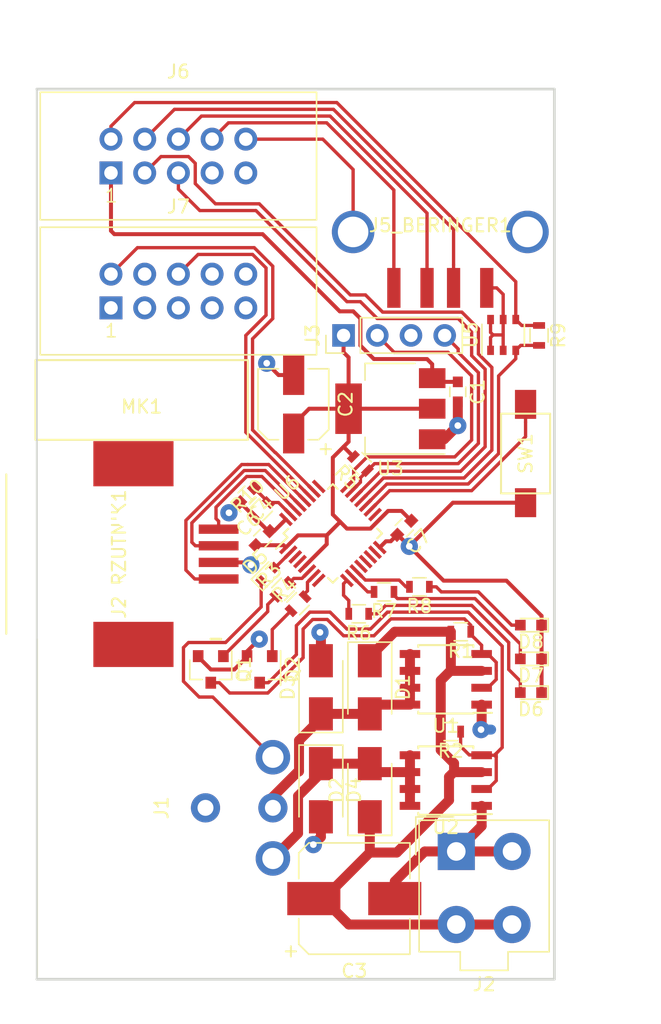
<source format=kicad_pcb>
(kicad_pcb (version 20171130) (host pcbnew "(5.0.0-rc2-dev-311-g1dd4af297)")

  (general
    (thickness 1.6)
    (drawings 7)
    (tracks 385)
    (zones 0)
    (modules 40)
    (nets 39)
  )

  (page A4)
  (title_block
    (title resetUSB)
    (date 2018-02-14)
    (rev 1.0)
    (comment 1 "Projektant: Marek Piotrowski")
  )

  (layers
    (0 F.Cu signal)
    (31 B.Cu signal)
    (32 B.Adhes user)
    (33 F.Adhes user)
    (34 B.Paste user)
    (35 F.Paste user)
    (36 B.SilkS user)
    (37 F.SilkS user)
    (38 B.Mask user)
    (39 F.Mask user)
    (40 Dwgs.User user)
    (41 Cmts.User user)
    (42 Eco1.User user)
    (43 Eco2.User user)
    (44 Edge.Cuts user)
    (45 Margin user)
    (46 B.CrtYd user)
    (47 F.CrtYd user)
    (48 B.Fab user)
    (49 F.Fab user)
  )

  (setup
    (last_trace_width 0.25)
    (trace_clearance 0.2)
    (zone_clearance 0.508)
    (zone_45_only no)
    (trace_min 0.2)
    (segment_width 0.2)
    (edge_width 0.15)
    (via_size 1.3)
    (via_drill 0.5)
    (via_min_size 0.4)
    (via_min_drill 0.3)
    (uvia_size 0.3)
    (uvia_drill 0.1)
    (uvias_allowed no)
    (uvia_min_size 0.2)
    (uvia_min_drill 0.1)
    (pcb_text_width 0.3)
    (pcb_text_size 1.5 1.5)
    (mod_edge_width 0.15)
    (mod_text_size 1 1)
    (mod_text_width 0.15)
    (pad_size 1.524 1.524)
    (pad_drill 0.762)
    (pad_to_mask_clearance 0.1)
    (aux_axis_origin 46.0375 18.9325)
    (grid_origin 46.0375 18.9325)
    (visible_elements 7FFDFFFF)
    (pcbplotparams
      (layerselection 0x00030_80000001)
      (usegerberextensions false)
      (usegerberattributes false)
      (usegerberadvancedattributes false)
      (creategerberjobfile false)
      (excludeedgelayer true)
      (linewidth 0.100000)
      (plotframeref false)
      (viasonmask false)
      (mode 1)
      (useauxorigin false)
      (hpglpennumber 1)
      (hpglpenspeed 20)
      (hpglpendiameter 15)
      (psnegative false)
      (psa4output false)
      (plotreference true)
      (plotvalue true)
      (plotinvisibletext false)
      (padsonsilk false)
      (subtractmaskfromsilk false)
      (outputformat 1)
      (mirror false)
      (drillshape 0)
      (scaleselection 1)
      (outputdirectory ""))
  )

  (net 0 "")
  (net 1 GND)
  (net 2 +5V)
  (net 3 +3V3)
  (net 4 +12V)
  (net 5 "Net-(D1-Pad2)")
  (net 6 "Net-(D2-Pad2)")
  (net 7 "Net-(D5-Pad1)")
  (net 8 "Net-(D6-Pad2)")
  (net 9 "Net-(D7-Pad2)")
  (net 10 "Net-(D8-Pad2)")
  (net 11 /SWDIO)
  (net 12 /USB_P)
  (net 13 /USB_M)
  (net 14 "Net-(J6-Pad2)")
  (net 15 "Net-(Q1-Pad1)")
  (net 16 "Net-(Q1-Pad3)")
  (net 17 "Net-(Q2-Pad3)")
  (net 18 "Net-(Q2-Pad1)")
  (net 19 /USB_PWR)
  (net 20 "Net-(J5_BERINGER1-Pad5)")
  (net 21 "Net-(J5_BERINGER1-Pad2)")
  (net 22 "Net-(J5_BERINGER1-Pad4)")
  (net 23 "Net-(J5_BERINGER1-Pad3)")
  (net 24 "Net-(J5_BERINGER1-Pad1)")
  (net 25 /SWCLK)
  (net 26 "Net-(C4-Pad1)")
  (net 27 /M_IMP)
  (net 28 /RZUTNIK_VBUS)
  (net 29 /RZUTNIK_DP)
  (net 30 /RZUTNIK_DM)
  (net 31 /PC_PWR)
  (net 32 /PC_LED)
  (net 33 /M_IN1)
  (net 34 /M_IN2)
  (net 35 /LED_RED)
  (net 36 /LED_GREEN)
  (net 37 /LED_BLUE)
  (net 38 /PRZYCISK)

  (net_class Default "This is the default net class."
    (clearance 0.2)
    (trace_width 0.25)
    (via_dia 1.3)
    (via_drill 0.5)
    (uvia_dia 0.3)
    (uvia_drill 0.1)
    (add_net /LED_BLUE)
    (add_net /LED_GREEN)
    (add_net /LED_RED)
    (add_net /M_IMP)
    (add_net /M_IN1)
    (add_net /M_IN2)
    (add_net /PC_LED)
    (add_net /PC_PWR)
    (add_net /PRZYCISK)
    (add_net /RZUTNIK_DM)
    (add_net /RZUTNIK_DP)
    (add_net /RZUTNIK_VBUS)
    (add_net /SWCLK)
    (add_net /SWDIO)
    (add_net /USB_M)
    (add_net /USB_P)
    (add_net /USB_PWR)
    (add_net "Net-(C4-Pad1)")
    (add_net "Net-(D5-Pad1)")
    (add_net "Net-(D6-Pad2)")
    (add_net "Net-(D7-Pad2)")
    (add_net "Net-(D8-Pad2)")
    (add_net "Net-(J5_BERINGER1-Pad1)")
    (add_net "Net-(J5_BERINGER1-Pad2)")
    (add_net "Net-(J5_BERINGER1-Pad3)")
    (add_net "Net-(J5_BERINGER1-Pad4)")
    (add_net "Net-(J5_BERINGER1-Pad5)")
    (add_net "Net-(J6-Pad2)")
    (add_net "Net-(Q1-Pad1)")
    (add_net "Net-(Q1-Pad3)")
    (add_net "Net-(Q2-Pad1)")
    (add_net "Net-(Q2-Pad3)")
  )

  (net_class digital_pwr ""
    (clearance 0.2)
    (trace_width 0.3)
    (via_dia 1.3)
    (via_drill 0.5)
    (uvia_dia 0.3)
    (uvia_drill 0.1)
    (add_net +3V3)
    (add_net +5V)
    (add_net GND)
  )

  (net_class motor_pwr ""
    (clearance 0.2)
    (trace_width 0.75)
    (via_dia 1.3)
    (via_drill 0.5)
    (uvia_dia 0.3)
    (uvia_drill 0.1)
    (add_net +12V)
    (add_net "Net-(D1-Pad2)")
    (add_net "Net-(D2-Pad2)")
  )

  (module Capacitors_SMD:C_0603 (layer F.Cu) (tedit 59958EE7) (tstamp 5AF4A747)
    (at 77.760359 41.721041 270)
    (descr "Capacitor SMD 0603, reflow soldering, AVX (see smccp.pdf)")
    (tags "capacitor 0603")
    (path /5AB4EEC0)
    (attr smd)
    (fp_text reference C1 (at 0 -1.5 270) (layer F.SilkS)
      (effects (font (size 1 1) (thickness 0.15)))
    )
    (fp_text value 100n (at 0 1.5 270) (layer F.Fab)
      (effects (font (size 1 1) (thickness 0.15)))
    )
    (fp_text user %R (at 0 0 270) (layer F.Fab)
      (effects (font (size 0.3 0.3) (thickness 0.075)))
    )
    (fp_line (start -0.8 0.4) (end -0.8 -0.4) (layer F.Fab) (width 0.1))
    (fp_line (start 0.8 0.4) (end -0.8 0.4) (layer F.Fab) (width 0.1))
    (fp_line (start 0.8 -0.4) (end 0.8 0.4) (layer F.Fab) (width 0.1))
    (fp_line (start -0.8 -0.4) (end 0.8 -0.4) (layer F.Fab) (width 0.1))
    (fp_line (start -0.35 -0.6) (end 0.35 -0.6) (layer F.SilkS) (width 0.12))
    (fp_line (start 0.35 0.6) (end -0.35 0.6) (layer F.SilkS) (width 0.12))
    (fp_line (start -1.4 -0.65) (end 1.4 -0.65) (layer F.CrtYd) (width 0.05))
    (fp_line (start -1.4 -0.65) (end -1.4 0.65) (layer F.CrtYd) (width 0.05))
    (fp_line (start 1.4 0.65) (end 1.4 -0.65) (layer F.CrtYd) (width 0.05))
    (fp_line (start 1.4 0.65) (end -1.4 0.65) (layer F.CrtYd) (width 0.05))
    (pad 1 smd rect (at -0.75 0 270) (size 0.8 0.75) (layers F.Cu F.Paste F.Mask)
      (net 2 +5V))
    (pad 2 smd rect (at 0.75 0 270) (size 0.8 0.75) (layers F.Cu F.Paste F.Mask)
      (net 1 GND))
    (model Capacitors_SMD.3dshapes/C_0603.wrl
      (at (xyz 0 0 0))
      (scale (xyz 1 1 1))
      (rotate (xyz 0 0 0))
    )
  )

  (module Capacitors_SMD:CP_Elec_5x5.3 (layer F.Cu) (tedit 58AA8A8F) (tstamp 5AF4A701)
    (at 65.3923 42.6561 90)
    (descr "SMT capacitor, aluminium electrolytic, 5x5.3")
    (path /5AB4EF1E)
    (attr smd)
    (fp_text reference C2 (at 0 3.92 90) (layer F.SilkS)
      (effects (font (size 1 1) (thickness 0.15)))
    )
    (fp_text value 10u (at 0 -3.92 90) (layer F.Fab)
      (effects (font (size 1 1) (thickness 0.15)))
    )
    (fp_line (start 3.95 2.74) (end -3.95 2.74) (layer F.CrtYd) (width 0.05))
    (fp_line (start 3.95 2.74) (end 3.95 -2.79) (layer F.CrtYd) (width 0.05))
    (fp_line (start -3.95 -2.79) (end -3.95 2.74) (layer F.CrtYd) (width 0.05))
    (fp_line (start -3.95 -2.79) (end 3.95 -2.79) (layer F.CrtYd) (width 0.05))
    (fp_line (start -1.91 2.64) (end 2.67 2.64) (layer F.SilkS) (width 0.12))
    (fp_line (start -2.67 1.88) (end -1.91 2.64) (layer F.SilkS) (width 0.12))
    (fp_line (start -1.91 -2.69) (end -2.67 -1.93) (layer F.SilkS) (width 0.12))
    (fp_line (start 2.67 -2.69) (end -1.91 -2.69) (layer F.SilkS) (width 0.12))
    (fp_line (start -2.67 -1.93) (end -2.67 -1.14) (layer F.SilkS) (width 0.12))
    (fp_line (start -2.67 1.88) (end -2.67 1.09) (layer F.SilkS) (width 0.12))
    (fp_line (start 2.67 2.64) (end 2.67 1.09) (layer F.SilkS) (width 0.12))
    (fp_line (start 2.67 -2.69) (end 2.67 -1.14) (layer F.SilkS) (width 0.12))
    (fp_line (start 2.51 -2.54) (end -1.84 -2.54) (layer F.Fab) (width 0.1))
    (fp_line (start -1.84 -2.54) (end -2.51 -1.87) (layer F.Fab) (width 0.1))
    (fp_line (start -2.51 -1.87) (end -2.51 1.82) (layer F.Fab) (width 0.1))
    (fp_line (start -2.51 1.82) (end -1.84 2.49) (layer F.Fab) (width 0.1))
    (fp_line (start -1.84 2.49) (end 2.51 2.49) (layer F.Fab) (width 0.1))
    (fp_line (start 2.51 2.49) (end 2.51 -2.54) (layer F.Fab) (width 0.1))
    (fp_text user %R (at 0 3.92 90) (layer F.Fab)
      (effects (font (size 1 1) (thickness 0.15)))
    )
    (fp_text user + (at -3.38 2.34 90) (layer F.SilkS)
      (effects (font (size 1 1) (thickness 0.15)))
    )
    (fp_text user + (at -1.37 -0.08 90) (layer F.Fab)
      (effects (font (size 1 1) (thickness 0.15)))
    )
    (fp_circle (center 0 0) (end 0.3 2.4) (layer F.Fab) (width 0.1))
    (pad 2 smd rect (at 2.2 0 270) (size 3 1.6) (layers F.Cu F.Paste F.Mask)
      (net 1 GND))
    (pad 1 smd rect (at -2.2 0 270) (size 3 1.6) (layers F.Cu F.Paste F.Mask)
      (net 3 +3V3))
    (model Capacitors_SMD.3dshapes/CP_Elec_5x5.3.wrl
      (at (xyz 0 0 0))
      (scale (xyz 1 1 1))
      (rotate (xyz 0 0 180))
    )
  )

  (module TO_SOT_Packages_SMD:SOT-223-3_TabPin2 (layer F.Cu) (tedit 58CE4E7E) (tstamp 5AF4A6BC)
    (at 72.680359 42.991041 180)
    (descr "module CMS SOT223 4 pins")
    (tags "CMS SOT")
    (path /5AB4ECD6)
    (attr smd)
    (fp_text reference U3 (at 0 -4.5 180) (layer F.SilkS)
      (effects (font (size 1 1) (thickness 0.15)))
    )
    (fp_text value LD1117S33TR (at 0 4.5 180) (layer F.Fab)
      (effects (font (size 1 1) (thickness 0.15)))
    )
    (fp_line (start 1.85 -3.35) (end 1.85 3.35) (layer F.Fab) (width 0.1))
    (fp_line (start -1.85 3.35) (end 1.85 3.35) (layer F.Fab) (width 0.1))
    (fp_line (start -4.1 -3.41) (end 1.91 -3.41) (layer F.SilkS) (width 0.12))
    (fp_line (start -0.85 -3.35) (end 1.85 -3.35) (layer F.Fab) (width 0.1))
    (fp_line (start -1.85 3.41) (end 1.91 3.41) (layer F.SilkS) (width 0.12))
    (fp_line (start -1.85 -2.35) (end -1.85 3.35) (layer F.Fab) (width 0.1))
    (fp_line (start -1.85 -2.35) (end -0.85 -3.35) (layer F.Fab) (width 0.1))
    (fp_line (start -4.4 -3.6) (end -4.4 3.6) (layer F.CrtYd) (width 0.05))
    (fp_line (start -4.4 3.6) (end 4.4 3.6) (layer F.CrtYd) (width 0.05))
    (fp_line (start 4.4 3.6) (end 4.4 -3.6) (layer F.CrtYd) (width 0.05))
    (fp_line (start 4.4 -3.6) (end -4.4 -3.6) (layer F.CrtYd) (width 0.05))
    (fp_line (start 1.91 -3.41) (end 1.91 -2.15) (layer F.SilkS) (width 0.12))
    (fp_line (start 1.91 3.41) (end 1.91 2.15) (layer F.SilkS) (width 0.12))
    (fp_text user %R (at 0 0 -90) (layer F.Fab)
      (effects (font (size 0.8 0.8) (thickness 0.12)))
    )
    (pad 1 smd rect (at -3.15 -2.3 180) (size 2 1.5) (layers F.Cu F.Paste F.Mask)
      (net 1 GND))
    (pad 3 smd rect (at -3.15 2.3 180) (size 2 1.5) (layers F.Cu F.Paste F.Mask)
      (net 2 +5V))
    (pad 2 smd rect (at -3.15 0 180) (size 2 1.5) (layers F.Cu F.Paste F.Mask)
      (net 3 +3V3))
    (pad 2 smd rect (at 3.15 0 180) (size 2 3.8) (layers F.Cu F.Paste F.Mask)
      (net 3 +3V3))
    (model ${KISYS3DMOD}/TO_SOT_Packages_SMD.3dshapes/SOT-223.wrl
      (at (xyz 0 0 0))
      (scale (xyz 1 1 1))
      (rotate (xyz 0 0 0))
    )
  )

  (module Resistors_SMD:R_0603 (layer F.Cu) (tedit 58E0A804) (tstamp 5AF49AC7)
    (at 72.1995 56.7785 180)
    (descr "Resistor SMD 0603, reflow soldering, Vishay (see dcrcw.pdf)")
    (tags "resistor 0603")
    (path /5A74C28D)
    (attr smd)
    (fp_text reference R7 (at 0 -1.45 180) (layer F.SilkS)
      (effects (font (size 1 1) (thickness 0.15)))
    )
    (fp_text value 6K8 (at 0 1.5 180) (layer F.Fab)
      (effects (font (size 1 1) (thickness 0.15)))
    )
    (fp_text user %R (at 0 0 180) (layer F.Fab)
      (effects (font (size 0.4 0.4) (thickness 0.075)))
    )
    (fp_line (start -0.8 0.4) (end -0.8 -0.4) (layer F.Fab) (width 0.1))
    (fp_line (start 0.8 0.4) (end -0.8 0.4) (layer F.Fab) (width 0.1))
    (fp_line (start 0.8 -0.4) (end 0.8 0.4) (layer F.Fab) (width 0.1))
    (fp_line (start -0.8 -0.4) (end 0.8 -0.4) (layer F.Fab) (width 0.1))
    (fp_line (start 0.5 0.68) (end -0.5 0.68) (layer F.SilkS) (width 0.12))
    (fp_line (start -0.5 -0.68) (end 0.5 -0.68) (layer F.SilkS) (width 0.12))
    (fp_line (start -1.25 -0.7) (end 1.25 -0.7) (layer F.CrtYd) (width 0.05))
    (fp_line (start -1.25 -0.7) (end -1.25 0.7) (layer F.CrtYd) (width 0.05))
    (fp_line (start 1.25 0.7) (end 1.25 -0.7) (layer F.CrtYd) (width 0.05))
    (fp_line (start 1.25 0.7) (end -1.25 0.7) (layer F.CrtYd) (width 0.05))
    (pad 1 smd rect (at -0.75 0 180) (size 0.5 0.9) (layers F.Cu F.Paste F.Mask)
      (net 9 "Net-(D7-Pad2)"))
    (pad 2 smd rect (at 0.75 0 180) (size 0.5 0.9) (layers F.Cu F.Paste F.Mask)
      (net 36 /LED_GREEN))
    (model ${KISYS3DMOD}/Resistors_SMD.3dshapes/R_0603.wrl
      (at (xyz 0 0 0))
      (scale (xyz 1 1 1))
      (rotate (xyz 0 0 0))
    )
  )

  (module mpio:SW_3x6_1,6x7,4 (layer F.Cu) (tedit 5A843D6C) (tstamp 5AF4AF71)
    (at 82.8675 46.3645 90)
    (path /5A74C917)
    (fp_text reference SW1 (at 0 0 90) (layer F.SilkS)
      (effects (font (size 1 1) (thickness 0.15)))
    )
    (fp_text value "TACTM-34N-F " (at 0 2.8 90) (layer F.Fab) hide
      (effects (font (size 1 1) (thickness 0.15)))
    )
    (fp_line (start -3 -1.85) (end 0 -1.85) (layer F.SilkS) (width 0.15))
    (fp_line (start -3 1.85) (end -3 -1.85) (layer F.SilkS) (width 0.15))
    (fp_line (start 3 1.85) (end -3 1.85) (layer F.SilkS) (width 0.15))
    (fp_line (start 3 -1.85) (end 3 1.85) (layer F.SilkS) (width 0.15))
    (fp_line (start 0 -1.85) (end 3 -1.85) (layer F.SilkS) (width 0.15))
    (fp_line (start -1.5 -0.7) (end 0 -0.7) (layer F.Fab) (width 0.15))
    (fp_line (start -1.5 0.7) (end -1.5 -0.7) (layer F.Fab) (width 0.15))
    (fp_line (start 1.5 0.7) (end -1.5 0.7) (layer F.Fab) (width 0.15))
    (fp_line (start 1.5 -0.7) (end 1.5 0.7) (layer F.Fab) (width 0.15))
    (fp_line (start 0 -0.7) (end 1.5 -0.7) (layer F.Fab) (width 0.15))
    (fp_text user %R (at 0 0 90) (layer F.Fab)
      (effects (font (size 0.8 0.8) (thickness 0.15)))
    )
    (fp_line (start -3 1.85) (end -3 -1.85) (layer F.Fab) (width 0.15))
    (fp_line (start 3 1.85) (end -3 1.85) (layer F.Fab) (width 0.15))
    (fp_line (start 3 -1.85) (end 3 1.85) (layer F.Fab) (width 0.15))
    (fp_line (start -3 -1.85) (end 3 -1.85) (layer F.Fab) (width 0.15))
    (pad 2 smd rect (at 3.7 0 90) (size 2.18 1.6) (layers F.Cu F.Paste F.Mask)
      (net 38 /PRZYCISK))
    (pad 1 smd rect (at -3.7 0 90) (size 2.18 1.6) (layers F.Cu F.Paste F.Mask)
      (net 1 GND))
    (model ${KICADMPIO}/mpio.3dshapes/SW_3x6_1,6x7,4.wrl
      (at (xyz 0 0 0))
      (scale (xyz 0.393701 0.393701 0.393701))
      (rotate (xyz 0 0 0))
    )
  )

  (module Capacitors_SMD:C_0603 (layer F.Cu) (tedit 59958EE7) (tstamp 5AF48577)
    (at 63.0555 52.736606 45)
    (descr "Capacitor SMD 0603, reflow soldering, AVX (see smccp.pdf)")
    (tags "capacitor 0603")
    (path /5B2803B9)
    (attr smd)
    (fp_text reference C6 (at 0 -1.5 45) (layer F.SilkS)
      (effects (font (size 1 1) (thickness 0.15)))
    )
    (fp_text value 100n (at 0 1.5 45) (layer F.Fab)
      (effects (font (size 1 1) (thickness 0.15)))
    )
    (fp_text user %R (at 0 0 45) (layer F.Fab)
      (effects (font (size 0.3 0.3) (thickness 0.075)))
    )
    (fp_line (start -0.8 0.4) (end -0.8 -0.4) (layer F.Fab) (width 0.1))
    (fp_line (start 0.8 0.4) (end -0.8 0.4) (layer F.Fab) (width 0.1))
    (fp_line (start 0.8 -0.4) (end 0.8 0.4) (layer F.Fab) (width 0.1))
    (fp_line (start -0.8 -0.4) (end 0.8 -0.4) (layer F.Fab) (width 0.1))
    (fp_line (start -0.349999 -0.6) (end 0.349999 -0.6) (layer F.SilkS) (width 0.12))
    (fp_line (start 0.349999 0.6) (end -0.349999 0.6) (layer F.SilkS) (width 0.12))
    (fp_line (start -1.4 -0.65) (end 1.4 -0.65) (layer F.CrtYd) (width 0.05))
    (fp_line (start -1.4 -0.65) (end -1.4 0.65) (layer F.CrtYd) (width 0.05))
    (fp_line (start 1.4 0.65) (end 1.4 -0.65) (layer F.CrtYd) (width 0.05))
    (fp_line (start 1.4 0.65) (end -1.4 0.65) (layer F.CrtYd) (width 0.05))
    (pad 1 smd rect (at -0.75 0 45) (size 0.8 0.75) (layers F.Cu F.Paste F.Mask)
      (net 3 +3V3))
    (pad 2 smd rect (at 0.75 0 45) (size 0.8 0.75) (layers F.Cu F.Paste F.Mask)
      (net 1 GND))
    (model Capacitors_SMD.3dshapes/C_0603.wrl
      (at (xyz 0 0 0))
      (scale (xyz 1 1 1))
      (rotate (xyz 0 0 0))
    )
  )

  (module Capacitors_SMD:C_0603 (layer F.Cu) (tedit 59958EE7) (tstamp 5AF48845)
    (at 73.7235 51.9525 225)
    (descr "Capacitor SMD 0603, reflow soldering, AVX (see smccp.pdf)")
    (tags "capacitor 0603")
    (path /5AE0DDFC)
    (attr smd)
    (fp_text reference C7 (at 0 -1.5 225) (layer F.SilkS)
      (effects (font (size 1 1) (thickness 0.15)))
    )
    (fp_text value 100n (at 0 1.5 225) (layer F.Fab)
      (effects (font (size 1 1) (thickness 0.15)))
    )
    (fp_text user %R (at 0 0 225) (layer F.Fab)
      (effects (font (size 0.3 0.3) (thickness 0.075)))
    )
    (fp_line (start -0.8 0.4) (end -0.8 -0.4) (layer F.Fab) (width 0.1))
    (fp_line (start 0.8 0.4) (end -0.8 0.4) (layer F.Fab) (width 0.1))
    (fp_line (start 0.8 -0.4) (end 0.8 0.4) (layer F.Fab) (width 0.1))
    (fp_line (start -0.8 -0.4) (end 0.8 -0.4) (layer F.Fab) (width 0.1))
    (fp_line (start -0.349999 -0.6) (end 0.349999 -0.6) (layer F.SilkS) (width 0.12))
    (fp_line (start 0.349999 0.6) (end -0.349999 0.6) (layer F.SilkS) (width 0.12))
    (fp_line (start -1.4 -0.65) (end 1.4 -0.65) (layer F.CrtYd) (width 0.05))
    (fp_line (start -1.4 -0.65) (end -1.4 0.65) (layer F.CrtYd) (width 0.05))
    (fp_line (start 1.4 0.65) (end 1.4 -0.65) (layer F.CrtYd) (width 0.05))
    (fp_line (start 1.4 0.65) (end -1.4 0.65) (layer F.CrtYd) (width 0.05))
    (pad 1 smd rect (at -0.75 0 225) (size 0.8 0.75) (layers F.Cu F.Paste F.Mask)
      (net 3 +3V3))
    (pad 2 smd rect (at 0.75 0 225) (size 0.8 0.75) (layers F.Cu F.Paste F.Mask)
      (net 1 GND))
    (model Capacitors_SMD.3dshapes/C_0603.wrl
      (at (xyz 0 0 0))
      (scale (xyz 1 1 1))
      (rotate (xyz 0 0 0))
    )
  )

  (module Housings_QFP:LQFP-32_5x5mm_Pitch0.5mm (layer F.Cu) (tedit 58CC9A47) (tstamp 5AF42419)
    (at 68.340645 52.377396 45)
    (descr "LQFP32: plastic low profile quad flat package; 32 leads; body 5 x 5 x 1.4 mm (see NXP sot401-1_fr.pdf and sot401-1_po.pdf)")
    (tags "QFP 0.5")
    (path /5AF3E6D8)
    (attr smd)
    (fp_text reference U6 (at 0 -4.85 45) (layer F.SilkS)
      (effects (font (size 1 1) (thickness 0.15)))
    )
    (fp_text value STM32F042K6Tx (at 0 4.85 45) (layer F.Fab)
      (effects (font (size 1 1) (thickness 0.15)))
    )
    (fp_text user %R (at 0 0 45) (layer F.Fab)
      (effects (font (size 1 1) (thickness 0.15)))
    )
    (fp_line (start -1.5 -2.5) (end 2.5 -2.5) (layer F.Fab) (width 0.15))
    (fp_line (start 2.5 -2.5) (end 2.5 2.5) (layer F.Fab) (width 0.15))
    (fp_line (start 2.5 2.5) (end -2.5 2.5) (layer F.Fab) (width 0.15))
    (fp_line (start -2.5 2.5) (end -2.5 -1.5) (layer F.Fab) (width 0.15))
    (fp_line (start -2.5 -1.5) (end -1.5 -2.5) (layer F.Fab) (width 0.15))
    (fp_line (start -4.1 -4.1) (end -4.1 4.1) (layer F.CrtYd) (width 0.05))
    (fp_line (start 4.1 -4.1) (end 4.1 4.1) (layer F.CrtYd) (width 0.05))
    (fp_line (start -4.1 -4.1) (end 4.1 -4.1) (layer F.CrtYd) (width 0.05))
    (fp_line (start -4.1 4.1) (end 4.1 4.1) (layer F.CrtYd) (width 0.05))
    (fp_line (start -2.625 -2.625) (end -2.625 -2.2) (layer F.SilkS) (width 0.15))
    (fp_line (start 2.625 -2.625) (end 2.625 -2.115) (layer F.SilkS) (width 0.15))
    (fp_line (start 2.625 2.625) (end 2.625 2.115) (layer F.SilkS) (width 0.15))
    (fp_line (start -2.625 2.625) (end -2.625 2.115) (layer F.SilkS) (width 0.15))
    (fp_line (start -2.625 -2.625) (end -2.115 -2.625) (layer F.SilkS) (width 0.15))
    (fp_line (start -2.625 2.625) (end -2.115 2.625) (layer F.SilkS) (width 0.15))
    (fp_line (start 2.625 2.625) (end 2.115 2.625) (layer F.SilkS) (width 0.15))
    (fp_line (start 2.625 -2.625) (end 2.115 -2.625) (layer F.SilkS) (width 0.15))
    (fp_line (start -2.625 -2.2) (end -3.85 -2.2) (layer F.SilkS) (width 0.15))
    (pad 1 smd rect (at -3.25 -1.75 45) (size 1.2 0.28) (layers F.Cu F.Paste F.Mask)
      (net 3 +3V3))
    (pad 2 smd rect (at -3.250001 -1.25 45) (size 1.2 0.28) (layers F.Cu F.Paste F.Mask)
      (net 27 /M_IMP))
    (pad 3 smd rect (at -3.25 -0.75 45) (size 1.2 0.28) (layers F.Cu F.Paste F.Mask))
    (pad 4 smd rect (at -3.25 -0.25 45) (size 1.2 0.28) (layers F.Cu F.Paste F.Mask))
    (pad 5 smd rect (at -3.25 0.25 45) (size 1.2 0.28) (layers F.Cu F.Paste F.Mask)
      (net 3 +3V3))
    (pad 6 smd rect (at -3.25 0.75 45) (size 1.2 0.28) (layers F.Cu F.Paste F.Mask)
      (net 33 /M_IN1))
    (pad 7 smd rect (at -3.250001 1.25 45) (size 1.2 0.28) (layers F.Cu F.Paste F.Mask)
      (net 34 /M_IN2))
    (pad 8 smd rect (at -3.25 1.75 45) (size 1.2 0.28) (layers F.Cu F.Paste F.Mask))
    (pad 9 smd rect (at -1.75 3.25 135) (size 1.2 0.28) (layers F.Cu F.Paste F.Mask)
      (net 35 /LED_RED))
    (pad 10 smd rect (at -1.25 3.250001 135) (size 1.2 0.28) (layers F.Cu F.Paste F.Mask)
      (net 36 /LED_GREEN))
    (pad 11 smd rect (at -0.75 3.25 135) (size 1.2 0.28) (layers F.Cu F.Paste F.Mask)
      (net 37 /LED_BLUE))
    (pad 12 smd rect (at -0.25 3.25 135) (size 1.2 0.28) (layers F.Cu F.Paste F.Mask))
    (pad 13 smd rect (at 0.25 3.25 135) (size 1.2 0.28) (layers F.Cu F.Paste F.Mask))
    (pad 14 smd rect (at 0.75 3.25 135) (size 1.2 0.28) (layers F.Cu F.Paste F.Mask))
    (pad 15 smd rect (at 1.25 3.250001 135) (size 1.2 0.28) (layers F.Cu F.Paste F.Mask))
    (pad 16 smd rect (at 1.75 3.25 135) (size 1.2 0.28) (layers F.Cu F.Paste F.Mask)
      (net 1 GND))
    (pad 17 smd rect (at 3.25 1.75 45) (size 1.2 0.28) (layers F.Cu F.Paste F.Mask)
      (net 3 +3V3))
    (pad 18 smd rect (at 3.250001 1.25 45) (size 1.2 0.28) (layers F.Cu F.Paste F.Mask))
    (pad 19 smd rect (at 3.25 0.75 45) (size 1.2 0.28) (layers F.Cu F.Paste F.Mask)
      (net 38 /PRZYCISK))
    (pad 20 smd rect (at 3.25 0.25 45) (size 1.2 0.28) (layers F.Cu F.Paste F.Mask)
      (net 19 /USB_PWR))
    (pad 21 smd rect (at 3.25 -0.25 45) (size 1.2 0.28) (layers F.Cu F.Paste F.Mask)
      (net 13 /USB_M))
    (pad 22 smd rect (at 3.25 -0.75 45) (size 1.2 0.28) (layers F.Cu F.Paste F.Mask)
      (net 12 /USB_P))
    (pad 23 smd rect (at 3.250001 -1.25 45) (size 1.2 0.28) (layers F.Cu F.Paste F.Mask)
      (net 11 /SWDIO))
    (pad 24 smd rect (at 3.25 -1.75 45) (size 1.2 0.28) (layers F.Cu F.Paste F.Mask)
      (net 25 /SWCLK))
    (pad 25 smd rect (at 1.75 -3.25 135) (size 1.2 0.28) (layers F.Cu F.Paste F.Mask))
    (pad 26 smd rect (at 1.25 -3.250001 135) (size 1.2 0.28) (layers F.Cu F.Paste F.Mask)
      (net 32 /PC_LED))
    (pad 27 smd rect (at 0.75 -3.25 135) (size 1.2 0.28) (layers F.Cu F.Paste F.Mask)
      (net 31 /PC_PWR))
    (pad 28 smd rect (at 0.25 -3.25 135) (size 1.2 0.28) (layers F.Cu F.Paste F.Mask)
      (net 28 /RZUTNIK_VBUS))
    (pad 29 smd rect (at -0.25 -3.25 135) (size 1.2 0.28) (layers F.Cu F.Paste F.Mask)
      (net 30 /RZUTNIK_DM))
    (pad 30 smd rect (at -0.75 -3.25 135) (size 1.2 0.28) (layers F.Cu F.Paste F.Mask)
      (net 29 /RZUTNIK_DP))
    (pad 31 smd rect (at -1.25 -3.250001 135) (size 1.2 0.28) (layers F.Cu F.Paste F.Mask)
      (net 26 "Net-(C4-Pad1)"))
    (pad 32 smd rect (at -1.75 -3.25 135) (size 1.2 0.28) (layers F.Cu F.Paste F.Mask)
      (net 1 GND))
    (model ${KISYS3DMOD}/Housings_QFP.3dshapes/LQFP-32_5x5mm_Pitch0.5mm.wrl
      (at (xyz 0 0 0))
      (scale (xyz 1 1 1))
      (rotate (xyz 0 0 0))
    )
  )

  (module Resistors_SMD:R_0603 (layer F.Cu) (tedit 58E0A804) (tstamp 5AF49569)
    (at 64.5795 56.584277 45)
    (descr "Resistor SMD 0603, reflow soldering, Vishay (see dcrcw.pdf)")
    (tags "resistor 0603")
    (path /5B034078)
    (attr smd)
    (fp_text reference R3 (at 0 -1.45 45) (layer F.SilkS)
      (effects (font (size 1 1) (thickness 0.15)))
    )
    (fp_text value 10K (at 0 1.5 45) (layer F.Fab)
      (effects (font (size 1 1) (thickness 0.15)))
    )
    (fp_line (start 1.25 0.7) (end -1.25 0.7) (layer F.CrtYd) (width 0.05))
    (fp_line (start 1.25 0.7) (end 1.25 -0.7) (layer F.CrtYd) (width 0.05))
    (fp_line (start -1.25 -0.7) (end -1.25 0.7) (layer F.CrtYd) (width 0.05))
    (fp_line (start -1.25 -0.7) (end 1.25 -0.7) (layer F.CrtYd) (width 0.05))
    (fp_line (start -0.5 -0.68) (end 0.5 -0.68) (layer F.SilkS) (width 0.12))
    (fp_line (start 0.5 0.68) (end -0.5 0.68) (layer F.SilkS) (width 0.12))
    (fp_line (start -0.8 -0.4) (end 0.8 -0.4) (layer F.Fab) (width 0.1))
    (fp_line (start 0.8 -0.4) (end 0.8 0.4) (layer F.Fab) (width 0.1))
    (fp_line (start 0.8 0.4) (end -0.8 0.4) (layer F.Fab) (width 0.1))
    (fp_line (start -0.8 0.4) (end -0.8 -0.4) (layer F.Fab) (width 0.1))
    (fp_text user %R (at 0 0 45) (layer F.Fab)
      (effects (font (size 0.4 0.4) (thickness 0.075)))
    )
    (pad 2 smd rect (at 0.75 0 45) (size 0.5 0.9) (layers F.Cu F.Paste F.Mask)
      (net 33 /M_IN1))
    (pad 1 smd rect (at -0.75 0 45) (size 0.5 0.9) (layers F.Cu F.Paste F.Mask)
      (net 15 "Net-(Q1-Pad1)"))
    (model ${KISYS3DMOD}/Resistors_SMD.3dshapes/R_0603.wrl
      (at (xyz 0 0 0))
      (scale (xyz 1 1 1))
      (rotate (xyz 0 0 0))
    )
  )

  (module Resistors_SMD:R_0603 (layer F.Cu) (tedit 58E0A804) (tstamp 5AF47FE9)
    (at 70.4215 47.1265 135)
    (descr "Resistor SMD 0603, reflow soldering, Vishay (see dcrcw.pdf)")
    (tags "resistor 0603")
    (path /5B06D760)
    (attr smd)
    (fp_text reference R5 (at 0 -1.45 135) (layer F.SilkS)
      (effects (font (size 1 1) (thickness 0.15)))
    )
    (fp_text value 100K (at 0 1.5 135) (layer F.Fab)
      (effects (font (size 1 1) (thickness 0.15)))
    )
    (fp_line (start 1.25 0.7) (end -1.25 0.7) (layer F.CrtYd) (width 0.05))
    (fp_line (start 1.25 0.7) (end 1.25 -0.7) (layer F.CrtYd) (width 0.05))
    (fp_line (start -1.25 -0.7) (end -1.25 0.7) (layer F.CrtYd) (width 0.05))
    (fp_line (start -1.25 -0.7) (end 1.25 -0.7) (layer F.CrtYd) (width 0.05))
    (fp_line (start -0.5 -0.68) (end 0.5 -0.68) (layer F.SilkS) (width 0.12))
    (fp_line (start 0.5 0.68) (end -0.5 0.68) (layer F.SilkS) (width 0.12))
    (fp_line (start -0.8 -0.4) (end 0.8 -0.4) (layer F.Fab) (width 0.1))
    (fp_line (start 0.8 -0.4) (end 0.8 0.4) (layer F.Fab) (width 0.1))
    (fp_line (start 0.8 0.4) (end -0.8 0.4) (layer F.Fab) (width 0.1))
    (fp_line (start -0.8 0.4) (end -0.8 -0.4) (layer F.Fab) (width 0.1))
    (fp_text user %R (at 0 0 135) (layer F.Fab)
      (effects (font (size 0.4 0.4) (thickness 0.075)))
    )
    (pad 2 smd rect (at 0.75 0 135) (size 0.5 0.9) (layers F.Cu F.Paste F.Mask)
      (net 3 +3V3))
    (pad 1 smd rect (at -0.75 0 135) (size 0.5 0.9) (layers F.Cu F.Paste F.Mask)
      (net 11 /SWDIO))
    (model ${KISYS3DMOD}/Resistors_SMD.3dshapes/R_0603.wrl
      (at (xyz 0 0 0))
      (scale (xyz 1 1 1))
      (rotate (xyz 0 0 0))
    )
  )

  (module mpio:USB-A_SMD (layer F.Cu) (tedit 5AF2C756) (tstamp 5AF45DFE)
    (at 76.4415 29.6865 180)
    (descr https://www.tme.eu/pl/details/tuea4f2s0bht/zlacza-usb-i-ieee1394/amphenol/)
    (tags "AMPHENOL TUEA4F2S0BHT ")
    (path /5ACB968E)
    (fp_text reference J5_BERINGER1 (at 0 0.5 180) (layer F.SilkS)
      (effects (font (size 1 1) (thickness 0.15)))
    )
    (fp_text value TUEA4F2SOBHT (at 0 -0.5 180) (layer F.Fab)
      (effects (font (size 1 1) (thickness 0.15)))
    )
    (fp_line (start 7.5 0) (end 7.5 10.6) (layer F.Fab) (width 0.15))
    (fp_line (start -7.5 0) (end -7.5 10.6) (layer F.Fab) (width 0.15))
    (fp_line (start -7.5 -4.4) (end -7.5 0) (layer F.CrtYd) (width 0.15))
    (fp_line (start 7.5 -4.4) (end 7.5 0) (layer F.Fab) (width 0.15))
    (fp_line (start -7.5 -4.4) (end 7.5 -4.4) (layer F.Fab) (width 0.15))
    (fp_line (start -7.5 10.6) (end 7.5 10.6) (layer F.Fab) (width 0.15))
    (pad 5 thru_hole circle (at -6.57 0 180) (size 3.2 3.2) (drill 2.3) (layers *.Cu *.Mask)
      (net 20 "Net-(J5_BERINGER1-Pad5)"))
    (pad 5 thru_hole circle (at 6.57 0 180) (size 3.2 3.2) (drill 2.3) (layers *.Cu *.Mask)
      (net 20 "Net-(J5_BERINGER1-Pad5)"))
    (pad 3 smd rect (at 1 -4.21 180) (size 1 3) (layers F.Cu F.Paste F.Mask)
      (net 23 "Net-(J5_BERINGER1-Pad3)"))
    (pad 4 smd rect (at 3.5 -4.21 180) (size 1 3) (layers F.Cu F.Paste F.Mask)
      (net 22 "Net-(J5_BERINGER1-Pad4)"))
    (pad 2 smd rect (at -1 -4.21 180) (size 1 3) (layers F.Cu F.Paste F.Mask)
      (net 21 "Net-(J5_BERINGER1-Pad2)"))
    (pad 1 smd rect (at -3.5 -4.21 180) (size 1 3) (layers F.Cu F.Paste F.Mask)
      (net 24 "Net-(J5_BERINGER1-Pad1)"))
    (model ${KICADMPIO}/mpio.3dshapes/USB-A_SMD.wrl
      (offset (xyz 0 -10.3 0.5))
      (scale (xyz 0.3937007874015748 0.3937007874015748 0.3937007874015748))
      (rotate (xyz -90 0 0))
    )
  )

  (module Resistors_SMD:R_0603 (layer F.Cu) (tedit 58E0A804) (tstamp 5AF494D2)
    (at 65.7225 57.6675 45)
    (descr "Resistor SMD 0603, reflow soldering, Vishay (see dcrcw.pdf)")
    (tags "resistor 0603")
    (path /5B07A220)
    (attr smd)
    (fp_text reference R4 (at 0 -1.45 45) (layer F.SilkS)
      (effects (font (size 1 1) (thickness 0.15)))
    )
    (fp_text value 10K (at 0 1.5 45) (layer F.Fab)
      (effects (font (size 1 1) (thickness 0.15)))
    )
    (fp_line (start 1.25 0.7) (end -1.25 0.7) (layer F.CrtYd) (width 0.05))
    (fp_line (start 1.25 0.7) (end 1.25 -0.7) (layer F.CrtYd) (width 0.05))
    (fp_line (start -1.25 -0.7) (end -1.25 0.7) (layer F.CrtYd) (width 0.05))
    (fp_line (start -1.25 -0.7) (end 1.25 -0.7) (layer F.CrtYd) (width 0.05))
    (fp_line (start -0.5 -0.68) (end 0.5 -0.68) (layer F.SilkS) (width 0.12))
    (fp_line (start 0.5 0.68) (end -0.5 0.68) (layer F.SilkS) (width 0.12))
    (fp_line (start -0.8 -0.4) (end 0.8 -0.4) (layer F.Fab) (width 0.1))
    (fp_line (start 0.8 -0.4) (end 0.8 0.4) (layer F.Fab) (width 0.1))
    (fp_line (start 0.8 0.4) (end -0.8 0.4) (layer F.Fab) (width 0.1))
    (fp_line (start -0.8 0.4) (end -0.8 -0.4) (layer F.Fab) (width 0.1))
    (fp_text user %R (at 0 0 45) (layer F.Fab)
      (effects (font (size 0.4 0.4) (thickness 0.075)))
    )
    (pad 2 smd rect (at 0.75 0 45) (size 0.5 0.9) (layers F.Cu F.Paste F.Mask)
      (net 34 /M_IN2))
    (pad 1 smd rect (at -0.75 0 45) (size 0.5 0.9) (layers F.Cu F.Paste F.Mask)
      (net 18 "Net-(Q2-Pad1)"))
    (model ${KISYS3DMOD}/Resistors_SMD.3dshapes/R_0603.wrl
      (at (xyz 0 0 0))
      (scale (xyz 1 1 1))
      (rotate (xyz 0 0 0))
    )
  )

  (module Resistors_SMD:R_0603 (layer F.Cu) (tedit 58E0A804) (tstamp 5AF424C5)
    (at 62.952491 50.581344 45)
    (descr "Resistor SMD 0603, reflow soldering, Vishay (see dcrcw.pdf)")
    (tags "resistor 0603")
    (path /5AF4A401)
    (attr smd)
    (fp_text reference R10 (at 0 -1.45 45) (layer F.SilkS)
      (effects (font (size 1 1) (thickness 0.15)))
    )
    (fp_text value 100K (at 0 1.5 45) (layer F.Fab)
      (effects (font (size 1 1) (thickness 0.15)))
    )
    (fp_text user %R (at 0 0 45) (layer F.Fab)
      (effects (font (size 0.4 0.4) (thickness 0.075)))
    )
    (fp_line (start -0.8 0.4) (end -0.8 -0.4) (layer F.Fab) (width 0.1))
    (fp_line (start 0.8 0.4) (end -0.8 0.4) (layer F.Fab) (width 0.1))
    (fp_line (start 0.8 -0.4) (end 0.8 0.4) (layer F.Fab) (width 0.1))
    (fp_line (start -0.8 -0.4) (end 0.8 -0.4) (layer F.Fab) (width 0.1))
    (fp_line (start 0.5 0.68) (end -0.5 0.68) (layer F.SilkS) (width 0.12))
    (fp_line (start -0.5 -0.68) (end 0.5 -0.68) (layer F.SilkS) (width 0.12))
    (fp_line (start -1.25 -0.7) (end 1.25 -0.7) (layer F.CrtYd) (width 0.05))
    (fp_line (start -1.25 -0.7) (end -1.25 0.7) (layer F.CrtYd) (width 0.05))
    (fp_line (start 1.25 0.7) (end 1.25 -0.7) (layer F.CrtYd) (width 0.05))
    (fp_line (start 1.25 0.7) (end -1.25 0.7) (layer F.CrtYd) (width 0.05))
    (pad 1 smd rect (at -0.75 0 45) (size 0.5 0.9) (layers F.Cu F.Paste F.Mask)
      (net 1 GND))
    (pad 2 smd rect (at 0.75 0 45) (size 0.5 0.9) (layers F.Cu F.Paste F.Mask)
      (net 26 "Net-(C4-Pad1)"))
    (model ${KISYS3DMOD}/Resistors_SMD.3dshapes/R_0603.wrl
      (at (xyz 0 0 0))
      (scale (xyz 1 1 1))
      (rotate (xyz 0 0 0))
    )
  )

  (module Capacitors_SMD:C_0603 (layer F.Cu) (tedit 59958EE7) (tstamp 5AF42363)
    (at 61.883345 49.495228 225)
    (descr "Capacitor SMD 0603, reflow soldering, AVX (see smccp.pdf)")
    (tags "capacitor 0603")
    (path /5AF40360)
    (attr smd)
    (fp_text reference C4 (at 0 -1.5 225) (layer F.SilkS)
      (effects (font (size 1 1) (thickness 0.15)))
    )
    (fp_text value 100n (at 0 1.5 225) (layer F.Fab)
      (effects (font (size 1 1) (thickness 0.15)))
    )
    (fp_line (start 1.4 0.65) (end -1.4 0.65) (layer F.CrtYd) (width 0.05))
    (fp_line (start 1.4 0.65) (end 1.4 -0.65) (layer F.CrtYd) (width 0.05))
    (fp_line (start -1.4 -0.65) (end -1.4 0.65) (layer F.CrtYd) (width 0.05))
    (fp_line (start -1.4 -0.65) (end 1.4 -0.65) (layer F.CrtYd) (width 0.05))
    (fp_line (start 0.349999 0.6) (end -0.349999 0.6) (layer F.SilkS) (width 0.12))
    (fp_line (start -0.349999 -0.6) (end 0.349999 -0.6) (layer F.SilkS) (width 0.12))
    (fp_line (start -0.8 -0.4) (end 0.8 -0.4) (layer F.Fab) (width 0.1))
    (fp_line (start 0.8 -0.4) (end 0.8 0.4) (layer F.Fab) (width 0.1))
    (fp_line (start 0.8 0.4) (end -0.8 0.4) (layer F.Fab) (width 0.1))
    (fp_line (start -0.8 0.4) (end -0.8 -0.4) (layer F.Fab) (width 0.1))
    (fp_text user %R (at 0 0 225) (layer F.Fab)
      (effects (font (size 0.3 0.3) (thickness 0.075)))
    )
    (pad 2 smd rect (at 0.75 0 225) (size 0.8 0.75) (layers F.Cu F.Paste F.Mask)
      (net 1 GND))
    (pad 1 smd rect (at -0.75 0 225) (size 0.8 0.75) (layers F.Cu F.Paste F.Mask)
      (net 26 "Net-(C4-Pad1)"))
    (model Capacitors_SMD.3dshapes/C_0603.wrl
      (at (xyz 0 0 0))
      (scale (xyz 1 1 1))
      (rotate (xyz 0 0 0))
    )
  )

  (module Diodes_SMD:D_SOD-523 (layer F.Cu) (tedit 586419F0) (tstamp 5AF42325)
    (at 63.4365 55.445 45)
    (descr "http://www.diodes.com/datasheets/ap02001.pdf p.144")
    (tags "Diode SOD523")
    (path /5AE83E53)
    (attr smd)
    (fp_text reference D5 (at 0 -1.3 45) (layer F.SilkS)
      (effects (font (size 1 1) (thickness 0.15)))
    )
    (fp_text value D_Schottky (at 0 1.4 45) (layer F.Fab)
      (effects (font (size 1 1) (thickness 0.15)))
    )
    (fp_line (start 0.7 0.6) (end -1.15 0.6) (layer F.SilkS) (width 0.12))
    (fp_line (start 0.7 -0.6) (end -1.15 -0.6) (layer F.SilkS) (width 0.12))
    (fp_line (start 0.649999 0.45) (end -0.649999 0.45) (layer F.Fab) (width 0.1))
    (fp_line (start -0.649999 0.45) (end -0.649999 -0.45) (layer F.Fab) (width 0.1))
    (fp_line (start -0.649999 -0.45) (end 0.649999 -0.45) (layer F.Fab) (width 0.1))
    (fp_line (start 0.649999 -0.45) (end 0.649999 0.45) (layer F.Fab) (width 0.1))
    (fp_line (start -0.2 0.2) (end -0.2 -0.2) (layer F.Fab) (width 0.1))
    (fp_line (start -0.199999 0) (end -0.349999 0) (layer F.Fab) (width 0.1))
    (fp_line (start -0.199999 0) (end 0.1 0.2) (layer F.Fab) (width 0.1))
    (fp_line (start 0.1 0.2) (end 0.1 -0.2) (layer F.Fab) (width 0.1))
    (fp_line (start 0.1 -0.2) (end -0.199999 0) (layer F.Fab) (width 0.1))
    (fp_line (start 0.1 0) (end 0.25 0) (layer F.Fab) (width 0.1))
    (fp_line (start 1.25 0.7) (end -1.25 0.7) (layer F.CrtYd) (width 0.05))
    (fp_line (start -1.25 0.7) (end -1.25 -0.7) (layer F.CrtYd) (width 0.05))
    (fp_line (start -1.25 -0.7) (end 1.25 -0.7) (layer F.CrtYd) (width 0.05))
    (fp_line (start 1.25 -0.7) (end 1.25 0.7) (layer F.CrtYd) (width 0.05))
    (fp_line (start -1.15 -0.6) (end -1.15 0.6) (layer F.SilkS) (width 0.12))
    (fp_text user %R (at 0 -1.3 45) (layer F.Fab)
      (effects (font (size 1 1) (thickness 0.15)))
    )
    (pad 1 smd rect (at -0.7 0 225) (size 0.6 0.7) (layers F.Cu F.Paste F.Mask)
      (net 7 "Net-(D5-Pad1)"))
    (pad 2 smd rect (at 0.7 0 225) (size 0.6 0.7) (layers F.Cu F.Paste F.Mask)
      (net 27 /M_IMP))
    (model ${KISYS3DMOD}/Diodes_SMD.3dshapes/D_SOD-523.wrl
      (at (xyz 0 0 0))
      (scale (xyz 1 1 1))
      (rotate (xyz 0 0 0))
    )
  )

  (module Diodes_SMD:D_SMA (layer F.Cu) (tedit 586432E5) (tstamp 5AF433A0)
    (at 67.445 63.9602 90)
    (descr "Diode SMA (DO-214AC)")
    (tags "Diode SMA (DO-214AC)")
    (path /5ACFB075)
    (attr smd)
    (fp_text reference D3 (at 0 -2.5 90) (layer F.SilkS)
      (effects (font (size 1 1) (thickness 0.15)))
    )
    (fp_text value D (at 0 2.6 90) (layer F.Fab)
      (effects (font (size 1 1) (thickness 0.15)))
    )
    (fp_text user %R (at 0 -2.5 90) (layer F.Fab)
      (effects (font (size 1 1) (thickness 0.15)))
    )
    (fp_line (start -3.4 -1.65) (end -3.4 1.65) (layer F.SilkS) (width 0.12))
    (fp_line (start 2.3 1.5) (end -2.3 1.5) (layer F.Fab) (width 0.1))
    (fp_line (start -2.3 1.5) (end -2.3 -1.5) (layer F.Fab) (width 0.1))
    (fp_line (start 2.3 -1.5) (end 2.3 1.5) (layer F.Fab) (width 0.1))
    (fp_line (start 2.3 -1.5) (end -2.3 -1.5) (layer F.Fab) (width 0.1))
    (fp_line (start -3.5 -1.75) (end 3.5 -1.75) (layer F.CrtYd) (width 0.05))
    (fp_line (start 3.5 -1.75) (end 3.5 1.75) (layer F.CrtYd) (width 0.05))
    (fp_line (start 3.5 1.75) (end -3.5 1.75) (layer F.CrtYd) (width 0.05))
    (fp_line (start -3.5 1.75) (end -3.5 -1.75) (layer F.CrtYd) (width 0.05))
    (fp_line (start -0.64944 0.00102) (end -1.55114 0.00102) (layer F.Fab) (width 0.1))
    (fp_line (start 0.50118 0.00102) (end 1.4994 0.00102) (layer F.Fab) (width 0.1))
    (fp_line (start -0.64944 -0.79908) (end -0.64944 0.80112) (layer F.Fab) (width 0.1))
    (fp_line (start 0.50118 0.75032) (end 0.50118 -0.79908) (layer F.Fab) (width 0.1))
    (fp_line (start -0.64944 0.00102) (end 0.50118 0.75032) (layer F.Fab) (width 0.1))
    (fp_line (start -0.64944 0.00102) (end 0.50118 -0.79908) (layer F.Fab) (width 0.1))
    (fp_line (start -3.4 1.65) (end 2 1.65) (layer F.SilkS) (width 0.12))
    (fp_line (start -3.4 -1.65) (end 2 -1.65) (layer F.SilkS) (width 0.12))
    (pad 1 smd rect (at -2 0 90) (size 2.5 1.8) (layers F.Cu F.Paste F.Mask)
      (net 5 "Net-(D1-Pad2)"))
    (pad 2 smd rect (at 2 0 90) (size 2.5 1.8) (layers F.Cu F.Paste F.Mask)
      (net 1 GND))
    (model ${KISYS3DMOD}/Diodes_SMD.3dshapes/D_SMA.wrl
      (at (xyz 0 0 0))
      (scale (xyz 1 1 1))
      (rotate (xyz 0 0 0))
    )
  )

  (module LEDs:LED_0603 (layer F.Cu) (tedit 57FE93A5) (tstamp 5AF42262)
    (at 83.272 64.3615 180)
    (descr "LED 0603 smd package")
    (tags "LED led 0603 SMD smd SMT smt smdled SMDLED smtled SMTLED")
    (path /5A74A9C8)
    (attr smd)
    (fp_text reference D6 (at 0 -1.25 180) (layer F.SilkS)
      (effects (font (size 1 1) (thickness 0.15)))
    )
    (fp_text value RED (at 0 1.35 180) (layer F.Fab)
      (effects (font (size 1 1) (thickness 0.15)))
    )
    (fp_line (start -1.45 -0.65) (end 1.45 -0.65) (layer F.CrtYd) (width 0.05))
    (fp_line (start -1.45 0.65) (end -1.45 -0.65) (layer F.CrtYd) (width 0.05))
    (fp_line (start 1.45 0.65) (end -1.45 0.65) (layer F.CrtYd) (width 0.05))
    (fp_line (start 1.45 -0.65) (end 1.45 0.65) (layer F.CrtYd) (width 0.05))
    (fp_line (start -1.3 -0.5) (end 0.8 -0.5) (layer F.SilkS) (width 0.12))
    (fp_line (start -1.3 0.5) (end 0.8 0.5) (layer F.SilkS) (width 0.12))
    (fp_line (start -0.8 0.4) (end -0.8 -0.4) (layer F.Fab) (width 0.1))
    (fp_line (start -0.8 -0.4) (end 0.8 -0.4) (layer F.Fab) (width 0.1))
    (fp_line (start 0.8 -0.4) (end 0.8 0.4) (layer F.Fab) (width 0.1))
    (fp_line (start 0.8 0.4) (end -0.8 0.4) (layer F.Fab) (width 0.1))
    (fp_line (start 0.15 -0.2) (end 0.15 0.2) (layer F.Fab) (width 0.1))
    (fp_line (start 0.15 0.2) (end -0.15 0) (layer F.Fab) (width 0.1))
    (fp_line (start -0.15 0) (end 0.15 -0.2) (layer F.Fab) (width 0.1))
    (fp_line (start -0.2 -0.2) (end -0.2 0.2) (layer F.Fab) (width 0.1))
    (fp_line (start -1.3 -0.5) (end -1.3 0.5) (layer F.SilkS) (width 0.12))
    (pad 1 smd rect (at -0.8 0) (size 0.8 0.8) (layers F.Cu F.Paste F.Mask)
      (net 1 GND))
    (pad 2 smd rect (at 0.8 0) (size 0.8 0.8) (layers F.Cu F.Paste F.Mask)
      (net 8 "Net-(D6-Pad2)"))
    (model ${KISYS3DMOD}/LEDs.3dshapes/LED_0603.wrl
      (at (xyz 0 0 0))
      (scale (xyz 1 1 1))
      (rotate (xyz 0 0 180))
    )
  )

  (module LEDs:LED_0603 (layer F.Cu) (tedit 57FE93A5) (tstamp 5AF421F6)
    (at 83.272 61.8215 180)
    (descr "LED 0603 smd package")
    (tags "LED led 0603 SMD smd SMT smt smdled SMDLED smtled SMTLED")
    (path /5A74B241)
    (attr smd)
    (fp_text reference D7 (at 0 -1.25 180) (layer F.SilkS)
      (effects (font (size 1 1) (thickness 0.15)))
    )
    (fp_text value GREEN (at 0 1.35 180) (layer F.Fab)
      (effects (font (size 1 1) (thickness 0.15)))
    )
    (fp_line (start -1.45 -0.65) (end 1.45 -0.65) (layer F.CrtYd) (width 0.05))
    (fp_line (start -1.45 0.65) (end -1.45 -0.65) (layer F.CrtYd) (width 0.05))
    (fp_line (start 1.45 0.65) (end -1.45 0.65) (layer F.CrtYd) (width 0.05))
    (fp_line (start 1.45 -0.65) (end 1.45 0.65) (layer F.CrtYd) (width 0.05))
    (fp_line (start -1.3 -0.5) (end 0.8 -0.5) (layer F.SilkS) (width 0.12))
    (fp_line (start -1.3 0.5) (end 0.8 0.5) (layer F.SilkS) (width 0.12))
    (fp_line (start -0.8 0.4) (end -0.8 -0.4) (layer F.Fab) (width 0.1))
    (fp_line (start -0.8 -0.4) (end 0.8 -0.4) (layer F.Fab) (width 0.1))
    (fp_line (start 0.8 -0.4) (end 0.8 0.4) (layer F.Fab) (width 0.1))
    (fp_line (start 0.8 0.4) (end -0.8 0.4) (layer F.Fab) (width 0.1))
    (fp_line (start 0.15 -0.2) (end 0.15 0.2) (layer F.Fab) (width 0.1))
    (fp_line (start 0.15 0.2) (end -0.15 0) (layer F.Fab) (width 0.1))
    (fp_line (start -0.15 0) (end 0.15 -0.2) (layer F.Fab) (width 0.1))
    (fp_line (start -0.2 -0.2) (end -0.2 0.2) (layer F.Fab) (width 0.1))
    (fp_line (start -1.3 -0.5) (end -1.3 0.5) (layer F.SilkS) (width 0.12))
    (pad 1 smd rect (at -0.8 0) (size 0.8 0.8) (layers F.Cu F.Paste F.Mask)
      (net 1 GND))
    (pad 2 smd rect (at 0.8 0) (size 0.8 0.8) (layers F.Cu F.Paste F.Mask)
      (net 9 "Net-(D7-Pad2)"))
    (model ${KISYS3DMOD}/LEDs.3dshapes/LED_0603.wrl
      (at (xyz 0 0 0))
      (scale (xyz 1 1 1))
      (rotate (xyz 0 0 180))
    )
  )

  (module LEDs:LED_0603 (layer F.Cu) (tedit 57FE93A5) (tstamp 5AF421BA)
    (at 83.272 59.2815 180)
    (descr "LED 0603 smd package")
    (tags "LED led 0603 SMD smd SMT smt smdled SMDLED smtled SMTLED")
    (path /5A74B2C1)
    (attr smd)
    (fp_text reference D8 (at 0 -1.25 180) (layer F.SilkS)
      (effects (font (size 1 1) (thickness 0.15)))
    )
    (fp_text value BLUE (at 0 1.35 180) (layer F.Fab)
      (effects (font (size 1 1) (thickness 0.15)))
    )
    (fp_line (start -1.45 -0.65) (end 1.45 -0.65) (layer F.CrtYd) (width 0.05))
    (fp_line (start -1.45 0.65) (end -1.45 -0.65) (layer F.CrtYd) (width 0.05))
    (fp_line (start 1.45 0.65) (end -1.45 0.65) (layer F.CrtYd) (width 0.05))
    (fp_line (start 1.45 -0.65) (end 1.45 0.65) (layer F.CrtYd) (width 0.05))
    (fp_line (start -1.3 -0.5) (end 0.8 -0.5) (layer F.SilkS) (width 0.12))
    (fp_line (start -1.3 0.5) (end 0.8 0.5) (layer F.SilkS) (width 0.12))
    (fp_line (start -0.8 0.4) (end -0.8 -0.4) (layer F.Fab) (width 0.1))
    (fp_line (start -0.8 -0.4) (end 0.8 -0.4) (layer F.Fab) (width 0.1))
    (fp_line (start 0.8 -0.4) (end 0.8 0.4) (layer F.Fab) (width 0.1))
    (fp_line (start 0.8 0.4) (end -0.8 0.4) (layer F.Fab) (width 0.1))
    (fp_line (start 0.15 -0.2) (end 0.15 0.2) (layer F.Fab) (width 0.1))
    (fp_line (start 0.15 0.2) (end -0.15 0) (layer F.Fab) (width 0.1))
    (fp_line (start -0.15 0) (end 0.15 -0.2) (layer F.Fab) (width 0.1))
    (fp_line (start -0.2 -0.2) (end -0.2 0.2) (layer F.Fab) (width 0.1))
    (fp_line (start -1.3 -0.5) (end -1.3 0.5) (layer F.SilkS) (width 0.12))
    (pad 1 smd rect (at -0.8 0) (size 0.8 0.8) (layers F.Cu F.Paste F.Mask)
      (net 1 GND))
    (pad 2 smd rect (at 0.8 0) (size 0.8 0.8) (layers F.Cu F.Paste F.Mask)
      (net 10 "Net-(D8-Pad2)"))
    (model ${KISYS3DMOD}/LEDs.3dshapes/LED_0603.wrl
      (at (xyz 0 0 0))
      (scale (xyz 1 1 1))
      (rotate (xyz 0 0 180))
    )
  )

  (module mpio:USB-B_SMD (layer F.Cu) (tedit 5AE03DFC) (tstamp 5AFE1363)
    (at 52.7375 53.9325 270)
    (descr https://pl.ninigi.com/product/ninigi/gniazdo/usbb-g-smd)
    (tags USBB-G-SMD)
    (path /5A74515E)
    (fp_text reference J2_RZUTNIK1 (at 0 0.5 270) (layer F.SilkS)
      (effects (font (size 1 1) (thickness 0.15)))
    )
    (fp_text value USBB-G-SMD (at 0 -0.5 270) (layer F.Fab)
      (effects (font (size 1 1) (thickness 0.15)))
    )
    (fp_line (start -6 9) (end 6 9) (layer F.SilkS) (width 0.15))
    (fp_line (start 6 9) (end -6 9) (layer F.Fab) (width 0.15))
    (fp_line (start 6 -7) (end 6 9) (layer F.Fab) (width 0.15))
    (fp_line (start -6 -7) (end 6 -7) (layer F.Fab) (width 0.15))
    (fp_line (start -6 9) (end -6 -7) (layer F.Fab) (width 0.15))
    (pad 1 smd rect (at 1.875 -7 270) (size 0.7 3) (layers F.Cu F.Paste F.Mask)
      (net 28 /RZUTNIK_VBUS))
    (pad 3 smd rect (at -1.875 -7 270) (size 0.7 3) (layers F.Cu F.Paste F.Mask)
      (net 29 /RZUTNIK_DP))
    (pad 4 smd rect (at 0.625 -7 270) (size 0.7 3) (layers F.Cu F.Paste F.Mask)
      (net 1 GND))
    (pad 2 smd rect (at -0.625 -7 270) (size 0.7 3) (layers F.Cu F.Paste F.Mask)
      (net 30 /RZUTNIK_DM))
    (pad 5 smd rect (at 6.8 0 270) (size 3.4 6.04) (drill (offset 0 -0.58)) (layers F.Cu F.Paste F.Mask)
      (net 1 GND))
    (pad 5 smd rect (at -6.8 0 270) (size 3.4 6.04) (drill (offset 0 -0.58)) (layers F.Cu F.Paste F.Mask)
      (net 1 GND))
    (pad "" np_thru_hole circle (at 2.75 0 270) (size 1.4 1.4) (drill 1.4) (layers *.Cu *.Mask))
    (pad "" np_thru_hole circle (at -2.75 0 270) (size 1.4 1.4) (drill 1.4) (layers *.Cu *.Mask))
    (model ${KICADMPIO}/mpio.3dshapes/USB-B_SMD.wrl
      (offset (xyz 0 -9 0))
      (scale (xyz 0.3937007874015748 0.3937007874015748 0.3937007874015748))
      (rotate (xyz -90 0 0))
    )
  )

  (module Resistors_SMD:R_0603 (layer F.Cu) (tedit 5AF405D0) (tstamp 5AF492BE)
    (at 74.8665 56.3975 180)
    (descr "Resistor SMD 0603, reflow soldering, Vishay (see dcrcw.pdf)")
    (tags "resistor 0603")
    (path /5A74C2D7)
    (attr smd)
    (fp_text reference R8 (at 0 -1.45 180) (layer F.SilkS)
      (effects (font (size 1 1) (thickness 0.15)))
    )
    (fp_text value 33K (at 0 1.5 180) (layer F.Fab)
      (effects (font (size 1 1) (thickness 0.15)))
    )
    (fp_line (start 1.25 0.7) (end -1.25 0.7) (layer F.CrtYd) (width 0.05))
    (fp_line (start 1.25 0.7) (end 1.25 -0.7) (layer F.CrtYd) (width 0.05))
    (fp_line (start -1.25 -0.7) (end -1.25 0.7) (layer F.CrtYd) (width 0.05))
    (fp_line (start -1.25 -0.7) (end 1.25 -0.7) (layer F.CrtYd) (width 0.05))
    (fp_line (start -0.5 -0.68) (end 0.5 -0.68) (layer F.SilkS) (width 0.12))
    (fp_line (start 0.5 0.68) (end -0.5 0.68) (layer F.SilkS) (width 0.12))
    (fp_line (start -0.8 -0.4) (end 0.8 -0.4) (layer F.Fab) (width 0.1))
    (fp_line (start 0.8 -0.4) (end 0.8 0.4) (layer F.Fab) (width 0.1))
    (fp_line (start 0.8 0.4) (end -0.8 0.4) (layer F.Fab) (width 0.1))
    (fp_line (start -0.8 0.4) (end -0.8 -0.4) (layer F.Fab) (width 0.1))
    (fp_text user %R (at 0 0 180) (layer F.Fab)
      (effects (font (size 0.4 0.4) (thickness 0.075)))
    )
    (pad 2 smd rect (at 0.75 0 180) (size 0.5 0.9) (layers F.Cu F.Paste F.Mask)
      (net 37 /LED_BLUE))
    (pad 1 smd rect (at -0.75 0 180) (size 0.5 0.9) (layers F.Cu F.Paste F.Mask)
      (net 10 "Net-(D8-Pad2)"))
    (model ${KISYS3DMOD}/Resistors_SMD.3dshapes/R_0603.wrl
      (at (xyz 0 0 0))
      (scale (xyz 1 1 1))
      (rotate (xyz 0 0 0))
    )
  )

  (module Resistors_SMD:R_0603 (layer F.Cu) (tedit 58E0A804) (tstamp 5AF49195)
    (at 70.2945 58.4295 180)
    (descr "Resistor SMD 0603, reflow soldering, Vishay (see dcrcw.pdf)")
    (tags "resistor 0603")
    (path /5A74BEF3)
    (attr smd)
    (fp_text reference R6 (at 0 -1.45 180) (layer F.SilkS)
      (effects (font (size 1 1) (thickness 0.15)))
    )
    (fp_text value 22K (at 0 1.5 180) (layer F.Fab)
      (effects (font (size 1 1) (thickness 0.15)))
    )
    (fp_line (start 1.25 0.7) (end -1.25 0.7) (layer F.CrtYd) (width 0.05))
    (fp_line (start 1.25 0.7) (end 1.25 -0.7) (layer F.CrtYd) (width 0.05))
    (fp_line (start -1.25 -0.7) (end -1.25 0.7) (layer F.CrtYd) (width 0.05))
    (fp_line (start -1.25 -0.7) (end 1.25 -0.7) (layer F.CrtYd) (width 0.05))
    (fp_line (start -0.5 -0.68) (end 0.5 -0.68) (layer F.SilkS) (width 0.12))
    (fp_line (start 0.5 0.68) (end -0.5 0.68) (layer F.SilkS) (width 0.12))
    (fp_line (start -0.8 -0.4) (end 0.8 -0.4) (layer F.Fab) (width 0.1))
    (fp_line (start 0.8 -0.4) (end 0.8 0.4) (layer F.Fab) (width 0.1))
    (fp_line (start 0.8 0.4) (end -0.8 0.4) (layer F.Fab) (width 0.1))
    (fp_line (start -0.8 0.4) (end -0.8 -0.4) (layer F.Fab) (width 0.1))
    (fp_text user %R (at 0 0 180) (layer F.Fab)
      (effects (font (size 0.4 0.4) (thickness 0.075)))
    )
    (pad 2 smd rect (at 0.75 0 180) (size 0.5 0.9) (layers F.Cu F.Paste F.Mask)
      (net 35 /LED_RED))
    (pad 1 smd rect (at -0.75 0 180) (size 0.5 0.9) (layers F.Cu F.Paste F.Mask)
      (net 8 "Net-(D6-Pad2)"))
    (model ${KISYS3DMOD}/Resistors_SMD.3dshapes/R_0603.wrl
      (at (xyz 0 0 0))
      (scale (xyz 1 1 1))
      (rotate (xyz 0 0 0))
    )
  )

  (module TO_SOT_Packages_SMD:SOT-23 (layer F.Cu) (tedit 58CE4E7E) (tstamp 5AF44D3E)
    (at 62.8285 62.614 270)
    (descr "SOT-23, Standard")
    (tags SOT-23)
    (path /5B07A20B)
    (attr smd)
    (fp_text reference Q2 (at 0 -2.5 270) (layer F.SilkS)
      (effects (font (size 1 1) (thickness 0.15)))
    )
    (fp_text value BC817 (at 0 2.5 270) (layer F.Fab)
      (effects (font (size 1 1) (thickness 0.15)))
    )
    (fp_line (start 0.76 1.58) (end -0.7 1.58) (layer F.SilkS) (width 0.12))
    (fp_line (start 0.76 -1.58) (end -1.4 -1.58) (layer F.SilkS) (width 0.12))
    (fp_line (start -1.7 1.75) (end -1.7 -1.75) (layer F.CrtYd) (width 0.05))
    (fp_line (start 1.7 1.75) (end -1.7 1.75) (layer F.CrtYd) (width 0.05))
    (fp_line (start 1.7 -1.75) (end 1.7 1.75) (layer F.CrtYd) (width 0.05))
    (fp_line (start -1.7 -1.75) (end 1.7 -1.75) (layer F.CrtYd) (width 0.05))
    (fp_line (start 0.76 -1.58) (end 0.76 -0.65) (layer F.SilkS) (width 0.12))
    (fp_line (start 0.76 1.58) (end 0.76 0.65) (layer F.SilkS) (width 0.12))
    (fp_line (start -0.7 1.52) (end 0.7 1.52) (layer F.Fab) (width 0.1))
    (fp_line (start 0.7 -1.52) (end 0.7 1.52) (layer F.Fab) (width 0.1))
    (fp_line (start -0.7 -0.95) (end -0.15 -1.52) (layer F.Fab) (width 0.1))
    (fp_line (start -0.15 -1.52) (end 0.7 -1.52) (layer F.Fab) (width 0.1))
    (fp_line (start -0.7 -0.95) (end -0.7 1.5) (layer F.Fab) (width 0.1))
    (fp_text user %R (at 0 0) (layer F.Fab)
      (effects (font (size 0.5 0.5) (thickness 0.075)))
    )
    (pad 3 smd rect (at 1 0 270) (size 0.9 0.8) (layers F.Cu F.Paste F.Mask)
      (net 17 "Net-(Q2-Pad3)"))
    (pad 2 smd rect (at -1 0.95 270) (size 0.9 0.8) (layers F.Cu F.Paste F.Mask)
      (net 1 GND))
    (pad 1 smd rect (at -1 -0.95 270) (size 0.9 0.8) (layers F.Cu F.Paste F.Mask)
      (net 18 "Net-(Q2-Pad1)"))
    (model ${KISYS3DMOD}/TO_SOT_Packages_SMD.3dshapes/SOT-23.wrl
      (at (xyz 0 0 0))
      (scale (xyz 1 1 1))
      (rotate (xyz 0 0 0))
    )
  )

  (module TO_SOT_Packages_SMD:SOT-23 (layer F.Cu) (tedit 58CE4E7E) (tstamp 5AF44D02)
    (at 59.1455 62.614 270)
    (descr "SOT-23, Standard")
    (tags SOT-23)
    (path /5AF8C0AE)
    (attr smd)
    (fp_text reference Q1 (at 0 -2.5 270) (layer F.SilkS)
      (effects (font (size 1 1) (thickness 0.15)))
    )
    (fp_text value BC817 (at 0 2.5 270) (layer F.Fab)
      (effects (font (size 1 1) (thickness 0.15)))
    )
    (fp_line (start 0.76 1.58) (end -0.7 1.58) (layer F.SilkS) (width 0.12))
    (fp_line (start 0.76 -1.58) (end -1.4 -1.58) (layer F.SilkS) (width 0.12))
    (fp_line (start -1.7 1.75) (end -1.7 -1.75) (layer F.CrtYd) (width 0.05))
    (fp_line (start 1.7 1.75) (end -1.7 1.75) (layer F.CrtYd) (width 0.05))
    (fp_line (start 1.7 -1.75) (end 1.7 1.75) (layer F.CrtYd) (width 0.05))
    (fp_line (start -1.7 -1.75) (end 1.7 -1.75) (layer F.CrtYd) (width 0.05))
    (fp_line (start 0.76 -1.58) (end 0.76 -0.65) (layer F.SilkS) (width 0.12))
    (fp_line (start 0.76 1.58) (end 0.76 0.65) (layer F.SilkS) (width 0.12))
    (fp_line (start -0.7 1.52) (end 0.7 1.52) (layer F.Fab) (width 0.1))
    (fp_line (start 0.7 -1.52) (end 0.7 1.52) (layer F.Fab) (width 0.1))
    (fp_line (start -0.7 -0.95) (end -0.15 -1.52) (layer F.Fab) (width 0.1))
    (fp_line (start -0.15 -1.52) (end 0.7 -1.52) (layer F.Fab) (width 0.1))
    (fp_line (start -0.7 -0.95) (end -0.7 1.5) (layer F.Fab) (width 0.1))
    (fp_text user %R (at 0 0) (layer F.Fab)
      (effects (font (size 0.5 0.5) (thickness 0.075)))
    )
    (pad 3 smd rect (at 1 0 270) (size 0.9 0.8) (layers F.Cu F.Paste F.Mask)
      (net 16 "Net-(Q1-Pad3)"))
    (pad 2 smd rect (at -1 0.95 270) (size 0.9 0.8) (layers F.Cu F.Paste F.Mask)
      (net 1 GND))
    (pad 1 smd rect (at -1 -0.95 270) (size 0.9 0.8) (layers F.Cu F.Paste F.Mask)
      (net 15 "Net-(Q1-Pad1)"))
    (model ${KISYS3DMOD}/TO_SOT_Packages_SMD.3dshapes/SOT-23.wrl
      (at (xyz 0 0 0))
      (scale (xyz 1 1 1))
      (rotate (xyz 0 0 0))
    )
  )

  (module Resistors_SMD:R_0603 (layer F.Cu) (tedit 58E0A804) (tstamp 5AF45E2C)
    (at 83.8835 37.4745 270)
    (descr "Resistor SMD 0603, reflow soldering, Vishay (see dcrcw.pdf)")
    (tags "resistor 0603")
    (path /5AD47AE7)
    (attr smd)
    (fp_text reference R9 (at 0 -1.45 270) (layer F.SilkS)
      (effects (font (size 1 1) (thickness 0.15)))
    )
    (fp_text value 100K (at 0 1.5 270) (layer F.Fab)
      (effects (font (size 1 1) (thickness 0.15)))
    )
    (fp_line (start 1.25 0.7) (end -1.25 0.7) (layer F.CrtYd) (width 0.05))
    (fp_line (start 1.25 0.7) (end 1.25 -0.7) (layer F.CrtYd) (width 0.05))
    (fp_line (start -1.25 -0.7) (end -1.25 0.7) (layer F.CrtYd) (width 0.05))
    (fp_line (start -1.25 -0.7) (end 1.25 -0.7) (layer F.CrtYd) (width 0.05))
    (fp_line (start -0.5 -0.68) (end 0.5 -0.68) (layer F.SilkS) (width 0.12))
    (fp_line (start 0.5 0.68) (end -0.5 0.68) (layer F.SilkS) (width 0.12))
    (fp_line (start -0.8 -0.4) (end 0.8 -0.4) (layer F.Fab) (width 0.1))
    (fp_line (start 0.8 -0.4) (end 0.8 0.4) (layer F.Fab) (width 0.1))
    (fp_line (start 0.8 0.4) (end -0.8 0.4) (layer F.Fab) (width 0.1))
    (fp_line (start -0.8 0.4) (end -0.8 -0.4) (layer F.Fab) (width 0.1))
    (fp_text user %R (at 0 0 270) (layer F.Fab)
      (effects (font (size 0.4 0.4) (thickness 0.075)))
    )
    (pad 2 smd rect (at 0.75 0 270) (size 0.5 0.9) (layers F.Cu F.Paste F.Mask)
      (net 19 /USB_PWR))
    (pad 1 smd rect (at -0.75 0 270) (size 0.5 0.9) (layers F.Cu F.Paste F.Mask)
      (net 14 "Net-(J6-Pad2)"))
    (model ${KISYS3DMOD}/Resistors_SMD.3dshapes/R_0603.wrl
      (at (xyz 0 0 0))
      (scale (xyz 1 1 1))
      (rotate (xyz 0 0 0))
    )
  )

  (module mpio:IDC10 (layer F.Cu) (tedit 0) (tstamp 5AFD21D2)
    (at 51.6255 25.2425)
    (descr "10 pins through hole IDC header")
    (tags "IDC header socket VASCH")
    (path /5ACB9A54)
    (fp_text reference J6 (at 5.08 -7.62) (layer F.SilkS)
      (effects (font (size 1 1) (thickness 0.15)))
    )
    (fp_text value Conn_02x05 (at 5.08 5.223) (layer F.Fab)
      (effects (font (size 1 1) (thickness 0.15)))
    )
    (fp_line (start -5.08 -5.82) (end 15.24 -5.82) (layer F.Fab) (width 0.1))
    (fp_line (start -4.54 -5.27) (end 14.68 -5.27) (layer F.Fab) (width 0.1))
    (fp_line (start -5.08 3.28) (end 15.24 3.28) (layer F.Fab) (width 0.1))
    (fp_line (start -4.54 2.73) (end 2.83 2.73) (layer F.Fab) (width 0.1))
    (fp_line (start 7.33 2.73) (end 14.68 2.73) (layer F.Fab) (width 0.1))
    (fp_line (start 2.83 2.73) (end 2.83 3.28) (layer F.Fab) (width 0.1))
    (fp_line (start 7.33 2.73) (end 7.33 3.28) (layer F.Fab) (width 0.1))
    (fp_line (start -5.08 -5.82) (end -5.08 3.28) (layer F.Fab) (width 0.1))
    (fp_line (start -4.54 -5.27) (end -4.54 2.73) (layer F.Fab) (width 0.1))
    (fp_line (start 15.24 -5.82) (end 15.24 3.28) (layer F.Fab) (width 0.1))
    (fp_line (start 14.68 -5.27) (end 14.68 2.73) (layer F.Fab) (width 0.1))
    (fp_line (start -5.08 -5.82) (end -4.54 -5.27) (layer F.Fab) (width 0.1))
    (fp_line (start 15.24 -5.82) (end 14.68 -5.27) (layer F.Fab) (width 0.1))
    (fp_line (start -5.08 3.28) (end -4.54 2.73) (layer F.Fab) (width 0.1))
    (fp_line (start 15.24 3.28) (end 14.68 2.73) (layer F.Fab) (width 0.1))
    (fp_line (start -5.58 -6.32) (end 15.74 -6.32) (layer F.CrtYd) (width 0.05))
    (fp_line (start 15.74 -6.32) (end 15.74 3.78) (layer F.CrtYd) (width 0.05))
    (fp_line (start 15.74 3.78) (end -5.58 3.78) (layer F.CrtYd) (width 0.05))
    (fp_line (start -5.58 3.78) (end -5.58 -6.32) (layer F.CrtYd) (width 0.05))
    (fp_text user 1 (at 0.02 1.72) (layer F.SilkS)
      (effects (font (size 1 1) (thickness 0.12)))
    )
    (fp_line (start -5.33 -6.07) (end 15.49 -6.07) (layer F.SilkS) (width 0.12))
    (fp_line (start 15.49 -6.07) (end 15.49 3.53) (layer F.SilkS) (width 0.12))
    (fp_line (start 15.49 3.53) (end -5.33 3.53) (layer F.SilkS) (width 0.12))
    (fp_line (start -5.33 3.53) (end -5.33 -6.07) (layer F.SilkS) (width 0.12))
    (pad 1 thru_hole rect (at 0 0) (size 1.7272 1.7272) (drill 1.016) (layers *.Cu *.Mask)
      (net 2 +5V))
    (pad 2 thru_hole oval (at 0 -2.54) (size 1.7272 1.7272) (drill 1.016) (layers *.Cu *.Mask)
      (net 14 "Net-(J6-Pad2)"))
    (pad 3 thru_hole oval (at 2.54 0) (size 1.7272 1.7272) (drill 1.016) (layers *.Cu *.Mask)
      (net 13 /USB_M))
    (pad 4 thru_hole oval (at 2.54 -2.54) (size 1.7272 1.7272) (drill 1.016) (layers *.Cu *.Mask)
      (net 21 "Net-(J5_BERINGER1-Pad2)"))
    (pad 5 thru_hole oval (at 5.08 0) (size 1.7272 1.7272) (drill 1.016) (layers *.Cu *.Mask)
      (net 12 /USB_P))
    (pad 6 thru_hole oval (at 5.08 -2.54) (size 1.7272 1.7272) (drill 1.016) (layers *.Cu *.Mask)
      (net 23 "Net-(J5_BERINGER1-Pad3)"))
    (pad 7 thru_hole oval (at 7.62 0) (size 1.7272 1.7272) (drill 1.016) (layers *.Cu *.Mask)
      (net 1 GND))
    (pad 8 thru_hole oval (at 7.62 -2.54) (size 1.7272 1.7272) (drill 1.016) (layers *.Cu *.Mask)
      (net 22 "Net-(J5_BERINGER1-Pad4)"))
    (pad 9 thru_hole oval (at 10.16 0) (size 1.7272 1.7272) (drill 1.016) (layers *.Cu *.Mask))
    (pad 10 thru_hole oval (at 10.16 -2.54) (size 1.7272 1.7272) (drill 1.016) (layers *.Cu *.Mask)
      (net 20 "Net-(J5_BERINGER1-Pad5)"))
    (model ${KICADMPIO}/mpio.3dshapes/IDC10.wrl
      (offset (xyz 5.079999923706055 1.269999980926514 0))
      (scale (xyz 0.393701 0.393701 0.393701))
      (rotate (xyz 0 0 0))
    )
  )

  (module mpio:IDC10 (layer F.Cu) (tedit 0) (tstamp 5AF4A65D)
    (at 51.6255 35.4025)
    (descr "10 pins through hole IDC header")
    (tags "IDC header socket VASCH")
    (path /5AD616A0)
    (fp_text reference J7 (at 5.08 -7.62) (layer F.SilkS)
      (effects (font (size 1 1) (thickness 0.15)))
    )
    (fp_text value Conn_02x05 (at 5.08 5.223) (layer F.Fab)
      (effects (font (size 1 1) (thickness 0.15)))
    )
    (fp_line (start -5.33 3.53) (end -5.33 -6.07) (layer F.SilkS) (width 0.12))
    (fp_line (start 15.49 3.53) (end -5.33 3.53) (layer F.SilkS) (width 0.12))
    (fp_line (start 15.49 -6.07) (end 15.49 3.53) (layer F.SilkS) (width 0.12))
    (fp_line (start -5.33 -6.07) (end 15.49 -6.07) (layer F.SilkS) (width 0.12))
    (fp_text user 1 (at 0.02 1.72) (layer F.SilkS)
      (effects (font (size 1 1) (thickness 0.12)))
    )
    (fp_line (start -5.58 3.78) (end -5.58 -6.32) (layer F.CrtYd) (width 0.05))
    (fp_line (start 15.74 3.78) (end -5.58 3.78) (layer F.CrtYd) (width 0.05))
    (fp_line (start 15.74 -6.32) (end 15.74 3.78) (layer F.CrtYd) (width 0.05))
    (fp_line (start -5.58 -6.32) (end 15.74 -6.32) (layer F.CrtYd) (width 0.05))
    (fp_line (start 15.24 3.28) (end 14.68 2.73) (layer F.Fab) (width 0.1))
    (fp_line (start -5.08 3.28) (end -4.54 2.73) (layer F.Fab) (width 0.1))
    (fp_line (start 15.24 -5.82) (end 14.68 -5.27) (layer F.Fab) (width 0.1))
    (fp_line (start -5.08 -5.82) (end -4.54 -5.27) (layer F.Fab) (width 0.1))
    (fp_line (start 14.68 -5.27) (end 14.68 2.73) (layer F.Fab) (width 0.1))
    (fp_line (start 15.24 -5.82) (end 15.24 3.28) (layer F.Fab) (width 0.1))
    (fp_line (start -4.54 -5.27) (end -4.54 2.73) (layer F.Fab) (width 0.1))
    (fp_line (start -5.08 -5.82) (end -5.08 3.28) (layer F.Fab) (width 0.1))
    (fp_line (start 7.33 2.73) (end 7.33 3.28) (layer F.Fab) (width 0.1))
    (fp_line (start 2.83 2.73) (end 2.83 3.28) (layer F.Fab) (width 0.1))
    (fp_line (start 7.33 2.73) (end 14.68 2.73) (layer F.Fab) (width 0.1))
    (fp_line (start -4.54 2.73) (end 2.83 2.73) (layer F.Fab) (width 0.1))
    (fp_line (start -5.08 3.28) (end 15.24 3.28) (layer F.Fab) (width 0.1))
    (fp_line (start -4.54 -5.27) (end 14.68 -5.27) (layer F.Fab) (width 0.1))
    (fp_line (start -5.08 -5.82) (end 15.24 -5.82) (layer F.Fab) (width 0.1))
    (pad 10 thru_hole oval (at 10.16 -2.54) (size 1.7272 1.7272) (drill 1.016) (layers *.Cu *.Mask))
    (pad 9 thru_hole oval (at 10.16 0) (size 1.7272 1.7272) (drill 1.016) (layers *.Cu *.Mask))
    (pad 8 thru_hole oval (at 7.62 -2.54) (size 1.7272 1.7272) (drill 1.016) (layers *.Cu *.Mask))
    (pad 7 thru_hole oval (at 7.62 0) (size 1.7272 1.7272) (drill 1.016) (layers *.Cu *.Mask))
    (pad 6 thru_hole oval (at 5.08 -2.54) (size 1.7272 1.7272) (drill 1.016) (layers *.Cu *.Mask)
      (net 31 /PC_PWR))
    (pad 5 thru_hole oval (at 5.08 0) (size 1.7272 1.7272) (drill 1.016) (layers *.Cu *.Mask))
    (pad 4 thru_hole oval (at 2.54 -2.54) (size 1.7272 1.7272) (drill 1.016) (layers *.Cu *.Mask))
    (pad 3 thru_hole oval (at 2.54 0) (size 1.7272 1.7272) (drill 1.016) (layers *.Cu *.Mask))
    (pad 2 thru_hole oval (at 0 -2.54) (size 1.7272 1.7272) (drill 1.016) (layers *.Cu *.Mask)
      (net 32 /PC_LED))
    (pad 1 thru_hole rect (at 0 0) (size 1.7272 1.7272) (drill 1.016) (layers *.Cu *.Mask))
    (model ${KICADMPIO}/mpio.3dshapes/IDC10.wrl
      (offset (xyz 5.079999923706055 1.269999980926514 0))
      (scale (xyz 0.393701 0.393701 0.393701))
      (rotate (xyz 0 0 0))
    )
  )

  (module Pin_Headers:Pin_Header_Straight_1x04_Pitch2.54mm (layer F.Cu) (tedit 59650532) (tstamp 5AF4A77E)
    (at 69.1515 37.4745 90)
    (descr "Through hole straight pin header, 1x04, 2.54mm pitch, single row")
    (tags "Through hole pin header THT 1x04 2.54mm single row")
    (path /5B031861)
    (fp_text reference J3 (at 0 -2.33 90) (layer F.SilkS)
      (effects (font (size 1 1) (thickness 0.15)))
    )
    (fp_text value SWD_4pin (at 0 9.95 90) (layer F.Fab)
      (effects (font (size 1 1) (thickness 0.15)))
    )
    (fp_text user %R (at 0 3.81 180) (layer F.Fab)
      (effects (font (size 1 1) (thickness 0.15)))
    )
    (fp_line (start 1.8 -1.8) (end -1.8 -1.8) (layer F.CrtYd) (width 0.05))
    (fp_line (start 1.8 9.4) (end 1.8 -1.8) (layer F.CrtYd) (width 0.05))
    (fp_line (start -1.8 9.4) (end 1.8 9.4) (layer F.CrtYd) (width 0.05))
    (fp_line (start -1.8 -1.8) (end -1.8 9.4) (layer F.CrtYd) (width 0.05))
    (fp_line (start -1.33 -1.33) (end 0 -1.33) (layer F.SilkS) (width 0.12))
    (fp_line (start -1.33 0) (end -1.33 -1.33) (layer F.SilkS) (width 0.12))
    (fp_line (start -1.33 1.27) (end 1.33 1.27) (layer F.SilkS) (width 0.12))
    (fp_line (start 1.33 1.27) (end 1.33 8.95) (layer F.SilkS) (width 0.12))
    (fp_line (start -1.33 1.27) (end -1.33 8.95) (layer F.SilkS) (width 0.12))
    (fp_line (start -1.33 8.95) (end 1.33 8.95) (layer F.SilkS) (width 0.12))
    (fp_line (start -1.27 -0.635) (end -0.635 -1.27) (layer F.Fab) (width 0.1))
    (fp_line (start -1.27 8.89) (end -1.27 -0.635) (layer F.Fab) (width 0.1))
    (fp_line (start 1.27 8.89) (end -1.27 8.89) (layer F.Fab) (width 0.1))
    (fp_line (start 1.27 -1.27) (end 1.27 8.89) (layer F.Fab) (width 0.1))
    (fp_line (start -0.635 -1.27) (end 1.27 -1.27) (layer F.Fab) (width 0.1))
    (pad 4 thru_hole oval (at 0 7.62 90) (size 1.7 1.7) (drill 1) (layers *.Cu *.Mask)
      (net 11 /SWDIO))
    (pad 3 thru_hole oval (at 0 5.08 90) (size 1.7 1.7) (drill 1) (layers *.Cu *.Mask)
      (net 1 GND))
    (pad 2 thru_hole oval (at 0 2.54 90) (size 1.7 1.7) (drill 1) (layers *.Cu *.Mask)
      (net 25 /SWCLK))
    (pad 1 thru_hole rect (at 0 0 90) (size 1.7 1.7) (drill 1) (layers *.Cu *.Mask)
      (net 3 +3V3))
    (model ${KISYS3DMOD}/Pin_Headers.3dshapes/Pin_Header_Straight_1x04_Pitch2.54mm.wrl
      (at (xyz 0 0 0))
      (scale (xyz 1 1 1))
      (rotate (xyz 0 0 0))
    )
  )

  (module mpio:TSOP-6_1.65x3.05mm_Pitch0.95mm (layer F.Cu) (tedit 5ADF3DEC) (tstamp 5AF45DC5)
    (at 81.1784 37.4378 90)
    (descr "TSOP-6 package (comparable to TSOT-23), https://www.vishay.com/docs/71200/71200.pdf")
    (tags "Jedec MO-193C TSOP-6L")
    (path /5B048C43)
    (attr smd)
    (fp_text reference U5 (at 0 -2.45 90) (layer F.SilkS)
      (effects (font (size 1 1) (thickness 0.15)))
    )
    (fp_text value IRLTS2242 (at 0 2.5 90) (layer F.Fab)
      (effects (font (size 1 1) (thickness 0.15)))
    )
    (fp_line (start 1.76 1.77) (end -1.76 1.77) (layer F.CrtYd) (width 0.05))
    (fp_line (start 1.76 1.77) (end 1.76 -1.78) (layer F.CrtYd) (width 0.05))
    (fp_line (start -1.76 -1.78) (end -1.76 1.77) (layer F.CrtYd) (width 0.05))
    (fp_line (start -1.76 -1.78) (end 1.76 -1.78) (layer F.CrtYd) (width 0.05))
    (fp_line (start 0.825 -1.525) (end 0.825 1.525) (layer F.Fab) (width 0.1))
    (fp_line (start 0.825 1.525) (end -0.825 1.525) (layer F.Fab) (width 0.1))
    (fp_line (start -0.825 -1.1) (end -0.825 1.525) (layer F.Fab) (width 0.1))
    (fp_line (start 0.825 -1.525) (end -0.425 -1.525) (layer F.Fab) (width 0.1))
    (fp_line (start -0.825 -1.1) (end -0.425 -1.525) (layer F.Fab) (width 0.1))
    (fp_line (start 0.8 -1.6) (end -1.5 -1.6) (layer F.SilkS) (width 0.12))
    (fp_line (start -0.8 1.6) (end 0.8 1.6) (layer F.SilkS) (width 0.12))
    (fp_text user %R (at 0 0 180) (layer F.Fab)
      (effects (font (size 0.5 0.5) (thickness 0.075)))
    )
    (pad 6 smd rect (at 1.16 -0.95 90) (size 0.7 0.51) (layers F.Cu F.Paste F.Mask)
      (net 24 "Net-(J5_BERINGER1-Pad1)"))
    (pad 5 smd rect (at 1.16 0 90) (size 0.7 0.51) (layers F.Cu F.Paste F.Mask)
      (net 24 "Net-(J5_BERINGER1-Pad1)"))
    (pad 4 smd rect (at 1.16 0.95 90) (size 0.7 0.51) (layers F.Cu F.Paste F.Mask)
      (net 14 "Net-(J6-Pad2)"))
    (pad 3 smd rect (at -1.16 0.95 90) (size 0.7 0.51) (layers F.Cu F.Paste F.Mask)
      (net 19 /USB_PWR))
    (pad 2 smd rect (at -1.16 0 90) (size 0.7 0.51) (layers F.Cu F.Paste F.Mask)
      (net 24 "Net-(J5_BERINGER1-Pad1)"))
    (pad 1 smd rect (at -1.16 -0.95 90) (size 0.7 0.51) (layers F.Cu F.Paste F.Mask)
      (net 24 "Net-(J5_BERINGER1-Pad1)"))
    (model ${KICADMPIO}/mpio.3dshapes/TSOP-6.wrl
      (at (xyz 0 0 0))
      (scale (xyz 0.3937 0.3937 0.3937))
      (rotate (xyz 0 0 90))
    )
  )

  (module Capacitors_SMD:CP_Elec_8x10 (layer F.Cu) (tedit 58AA9153) (tstamp 5AF434B2)
    (at 69.9615 79.8625)
    (descr "SMT capacitor, aluminium electrolytic, 8x10")
    (path /5AF8E0DF)
    (attr smd)
    (fp_text reference C3 (at 0 5.45) (layer F.SilkS)
      (effects (font (size 1 1) (thickness 0.15)))
    )
    (fp_text value 220uF (at 0 -5.45) (layer F.Fab)
      (effects (font (size 1 1) (thickness 0.15)))
    )
    (fp_circle (center 0 0) (end -0.6 3.9) (layer F.Fab) (width 0.1))
    (fp_text user + (at -2.31 -0.08) (layer F.Fab)
      (effects (font (size 1 1) (thickness 0.15)))
    )
    (fp_text user + (at -4.78 3.9) (layer F.SilkS)
      (effects (font (size 1 1) (thickness 0.15)))
    )
    (fp_text user %R (at 0 5.45) (layer F.Fab)
      (effects (font (size 1 1) (thickness 0.15)))
    )
    (fp_line (start 4.04 4.04) (end 4.04 -4.04) (layer F.Fab) (width 0.1))
    (fp_line (start -3.37 4.04) (end 4.04 4.04) (layer F.Fab) (width 0.1))
    (fp_line (start -4.04 3.37) (end -3.37 4.04) (layer F.Fab) (width 0.1))
    (fp_line (start -4.04 -3.37) (end -4.04 3.37) (layer F.Fab) (width 0.1))
    (fp_line (start -3.37 -4.04) (end -4.04 -3.37) (layer F.Fab) (width 0.1))
    (fp_line (start 4.04 -4.04) (end -3.37 -4.04) (layer F.Fab) (width 0.1))
    (fp_line (start 4.19 4.19) (end 4.19 1.51) (layer F.SilkS) (width 0.12))
    (fp_line (start 4.19 -4.19) (end 4.19 -1.51) (layer F.SilkS) (width 0.12))
    (fp_line (start -4.19 -3.43) (end -4.19 -1.51) (layer F.SilkS) (width 0.12))
    (fp_line (start -4.19 3.43) (end -4.19 1.51) (layer F.SilkS) (width 0.12))
    (fp_line (start 4.19 4.19) (end -3.43 4.19) (layer F.SilkS) (width 0.12))
    (fp_line (start -3.43 4.19) (end -4.19 3.43) (layer F.SilkS) (width 0.12))
    (fp_line (start -4.19 -3.43) (end -3.43 -4.19) (layer F.SilkS) (width 0.12))
    (fp_line (start -3.43 -4.19) (end 4.19 -4.19) (layer F.SilkS) (width 0.12))
    (fp_line (start -5.3 -4.29) (end 5.3 -4.29) (layer F.CrtYd) (width 0.05))
    (fp_line (start -5.3 -4.29) (end -5.3 4.29) (layer F.CrtYd) (width 0.05))
    (fp_line (start 5.3 4.29) (end 5.3 -4.29) (layer F.CrtYd) (width 0.05))
    (fp_line (start 5.3 4.29) (end -5.3 4.29) (layer F.CrtYd) (width 0.05))
    (pad 1 smd rect (at -3.05 0 180) (size 4 2.5) (layers F.Cu F.Paste F.Mask)
      (net 4 +12V))
    (pad 2 smd rect (at 3.05 0 180) (size 4 2.5) (layers F.Cu F.Paste F.Mask)
      (net 1 GND))
    (model Capacitors_SMD.3dshapes/CP_Elec_8x10.wrl
      (at (xyz 0 0 0))
      (scale (xyz 1 1 1))
      (rotate (xyz 0 0 180))
    )
  )

  (module Resistors_SMD:R_0603 (layer F.Cu) (tedit 58E0A804) (tstamp 5AF43477)
    (at 77.224 67.2956 180)
    (descr "Resistor SMD 0603, reflow soldering, Vishay (see dcrcw.pdf)")
    (tags "resistor 0603")
    (path /5B07A201)
    (attr smd)
    (fp_text reference R2 (at 0 -1.45 180) (layer F.SilkS)
      (effects (font (size 1 1) (thickness 0.15)))
    )
    (fp_text value 10K (at 0 1.5 180) (layer F.Fab)
      (effects (font (size 1 1) (thickness 0.15)))
    )
    (fp_line (start 1.25 0.7) (end -1.25 0.7) (layer F.CrtYd) (width 0.05))
    (fp_line (start 1.25 0.7) (end 1.25 -0.7) (layer F.CrtYd) (width 0.05))
    (fp_line (start -1.25 -0.7) (end -1.25 0.7) (layer F.CrtYd) (width 0.05))
    (fp_line (start -1.25 -0.7) (end 1.25 -0.7) (layer F.CrtYd) (width 0.05))
    (fp_line (start -0.5 -0.68) (end 0.5 -0.68) (layer F.SilkS) (width 0.12))
    (fp_line (start 0.5 0.68) (end -0.5 0.68) (layer F.SilkS) (width 0.12))
    (fp_line (start -0.8 -0.4) (end 0.8 -0.4) (layer F.Fab) (width 0.1))
    (fp_line (start 0.8 -0.4) (end 0.8 0.4) (layer F.Fab) (width 0.1))
    (fp_line (start 0.8 0.4) (end -0.8 0.4) (layer F.Fab) (width 0.1))
    (fp_line (start -0.8 0.4) (end -0.8 -0.4) (layer F.Fab) (width 0.1))
    (fp_text user %R (at 0 0 180) (layer F.Fab)
      (effects (font (size 0.4 0.4) (thickness 0.075)))
    )
    (pad 2 smd rect (at 0.75 0 180) (size 0.5 0.9) (layers F.Cu F.Paste F.Mask)
      (net 4 +12V))
    (pad 1 smd rect (at -0.75 0 180) (size 0.5 0.9) (layers F.Cu F.Paste F.Mask)
      (net 17 "Net-(Q2-Pad3)"))
    (model ${KISYS3DMOD}/Resistors_SMD.3dshapes/R_0603.wrl
      (at (xyz 0 0 0))
      (scale (xyz 1 1 1))
      (rotate (xyz 0 0 0))
    )
  )

  (module mpio:SOIC-8_3.9x4.9mm_Pitch1.27mm (layer F.Cu) (tedit 58CD0CDA) (tstamp 5AF4342F)
    (at 76.8557 70.9786 180)
    (descr "8-Lead Plastic Small Outline (SN) - Narrow, 3.90 mm Body [SOIC] (see Microchip Packaging Specification 00000049BS.pdf)")
    (tags "SOIC 1.27")
    (path /5ACFBB06)
    (attr smd)
    (fp_text reference U2 (at 0 -3.5 180) (layer F.SilkS)
      (effects (font (size 1 1) (thickness 0.15)))
    )
    (fp_text value AO4616 (at 0 3.5 180) (layer F.Fab)
      (effects (font (size 1 1) (thickness 0.15)))
    )
    (fp_line (start -2.075 -2.525) (end -3.475 -2.525) (layer F.SilkS) (width 0.15))
    (fp_line (start -2.075 2.575) (end 2.075 2.575) (layer F.SilkS) (width 0.15))
    (fp_line (start -2.075 -2.575) (end 2.075 -2.575) (layer F.SilkS) (width 0.15))
    (fp_line (start -2.075 2.575) (end -2.075 2.43) (layer F.SilkS) (width 0.15))
    (fp_line (start 2.075 2.575) (end 2.075 2.43) (layer F.SilkS) (width 0.15))
    (fp_line (start 2.075 -2.575) (end 2.075 -2.43) (layer F.SilkS) (width 0.15))
    (fp_line (start -2.075 -2.575) (end -2.075 -2.525) (layer F.SilkS) (width 0.15))
    (fp_line (start -3.73 2.7) (end 3.73 2.7) (layer F.CrtYd) (width 0.05))
    (fp_line (start -3.73 -2.7) (end 3.73 -2.7) (layer F.CrtYd) (width 0.05))
    (fp_line (start 3.73 -2.7) (end 3.73 2.7) (layer F.CrtYd) (width 0.05))
    (fp_line (start -3.73 -2.7) (end -3.73 2.7) (layer F.CrtYd) (width 0.05))
    (fp_line (start -1.95 -1.45) (end -0.95 -2.45) (layer F.Fab) (width 0.1))
    (fp_line (start -1.95 2.45) (end -1.95 -1.45) (layer F.Fab) (width 0.1))
    (fp_line (start 1.95 2.45) (end -1.95 2.45) (layer F.Fab) (width 0.1))
    (fp_line (start 1.95 -2.45) (end 1.95 2.45) (layer F.Fab) (width 0.1))
    (fp_line (start -0.95 -2.45) (end 1.95 -2.45) (layer F.Fab) (width 0.1))
    (fp_text user %R (at 0 0 180) (layer F.Fab)
      (effects (font (size 1 1) (thickness 0.15)))
    )
    (pad 8 smd rect (at 2.7 -1.905 180) (size 1.55 0.6) (layers F.Cu F.Paste F.Mask)
      (net 6 "Net-(D2-Pad2)"))
    (pad 7 smd rect (at 2.7 -0.635 180) (size 1.55 0.6) (layers F.Cu F.Paste F.Mask)
      (net 6 "Net-(D2-Pad2)"))
    (pad 6 smd rect (at 2.7 0.635 180) (size 1.55 0.6) (layers F.Cu F.Paste F.Mask)
      (net 6 "Net-(D2-Pad2)"))
    (pad 5 smd rect (at 2.7 1.905 180) (size 1.55 0.6) (layers F.Cu F.Paste F.Mask)
      (net 6 "Net-(D2-Pad2)"))
    (pad 4 smd rect (at -2.7 1.905 180) (size 1.55 0.6) (layers F.Cu F.Paste F.Mask)
      (net 17 "Net-(Q2-Pad3)"))
    (pad 3 smd rect (at -2.7 0.635 180) (size 1.55 0.6) (layers F.Cu F.Paste F.Mask)
      (net 4 +12V))
    (pad 2 smd rect (at -2.7 -0.635 180) (size 1.55 0.6) (layers F.Cu F.Paste F.Mask)
      (net 17 "Net-(Q2-Pad3)"))
    (pad 1 smd rect (at -2.7 -1.905 180) (size 1.55 0.6) (layers F.Cu F.Paste F.Mask)
      (net 1 GND))
    (model ${KISYS3DMOD}/Housings_SOIC.3dshapes/SOIC-8_3.9x4.9mm_Pitch1.27mm.wrl
      (at (xyz 0 0 0))
      (scale (xyz 1 1 1))
      (rotate (xyz 0 0 0))
    )
  )

  (module mpio:AC3MAH-AU-PRE (layer F.Cu) (tedit 5AE182A2) (tstamp 5AFE15E0)
    (at 54.9375 73.0325 90)
    (path /5AE16F47)
    (fp_text reference J1 (at 0 0.5 90) (layer F.SilkS)
      (effects (font (size 1 1) (thickness 0.15)))
    )
    (fp_text value XLR3 (at 0 -0.5 90) (layer F.Fab)
      (effects (font (size 1 1) (thickness 0.15)))
    )
    (fp_line (start -11 -11.6) (end 11 -11.6) (layer F.Fab) (width 0.15))
    (fp_line (start 16.2 -8.89) (end 16.2 -4.445) (layer F.Fab) (width 0.15))
    (fp_line (start -16.2 -8.89) (end -16.2 -4.445) (layer F.Fab) (width 0.15))
    (fp_line (start 12.7 10.61) (end 12.7 0) (layer F.Fab) (width 0.15))
    (fp_line (start -12.7 10.61) (end 12.7 10.61) (layer F.Fab) (width 0.15))
    (fp_line (start -12.7 0) (end -12.7 10.61) (layer F.Fab) (width 0.15))
    (fp_line (start -12.7 -8.89) (end 12.7 -8.89) (layer F.SilkS) (width 0.15))
    (fp_line (start 12.7 -8.89) (end 12.7 0) (layer F.Fab) (width 0.15))
    (fp_line (start -12.7 -8.89) (end -12.7 0) (layer F.Fab) (width 0.15))
    (fp_line (start -12.7 -8.89) (end 12.7 -8.89) (layer F.Fab) (width 0.15))
    (pad "" np_thru_hole circle (at -3.81 -5.08 90) (size 1.6 1.6) (drill 1.6) (layers *.Cu *.Mask))
    (pad "" np_thru_hole circle (at 3.81 0 90) (size 1.6 1.6) (drill 1.6) (layers *.Cu *.Mask))
    (pad 4 thru_hole circle (at 0 3.81 90) (size 2.2 2.2) (drill 1.2) (layers *.Cu *.Mask))
    (pad 3 thru_hole circle (at 0 8.89 90) (size 2.2 2.2) (drill 1.2) (layers *.Cu *.Mask)
      (net 5 "Net-(D1-Pad2)"))
    (pad 2 thru_hole circle (at -3.81 8.89 90) (size 2.6 2.6) (drill 1.6) (layers *.Cu *.Mask)
      (net 6 "Net-(D2-Pad2)"))
    (pad 1 thru_hole circle (at 3.81 8.89 90) (size 2.6 2.6) (drill 1.6) (layers *.Cu *.Mask)
      (net 7 "Net-(D5-Pad1)"))
    (model ${KICADMPIO}/mpio.3dshapes/AC3MAH-AU-PRE.wrl
      (offset (xyz 0 9 12.5))
      (scale (xyz 0.3937 0.3937 0.3937))
      (rotate (xyz -90 0 180))
    )
  )

  (module Resistors_SMD:R_0603 (layer F.Cu) (tedit 58E0A804) (tstamp 5AF43324)
    (at 77.986 59.7772 180)
    (descr "Resistor SMD 0603, reflow soldering, Vishay (see dcrcw.pdf)")
    (tags "resistor 0603")
    (path /5ACECC66)
    (attr smd)
    (fp_text reference R1 (at 0 -1.45 180) (layer F.SilkS)
      (effects (font (size 1 1) (thickness 0.15)))
    )
    (fp_text value 10K (at 0 1.5 180) (layer F.Fab)
      (effects (font (size 1 1) (thickness 0.15)))
    )
    (fp_line (start 1.25 0.7) (end -1.25 0.7) (layer F.CrtYd) (width 0.05))
    (fp_line (start 1.25 0.7) (end 1.25 -0.7) (layer F.CrtYd) (width 0.05))
    (fp_line (start -1.25 -0.7) (end -1.25 0.7) (layer F.CrtYd) (width 0.05))
    (fp_line (start -1.25 -0.7) (end 1.25 -0.7) (layer F.CrtYd) (width 0.05))
    (fp_line (start -0.5 -0.68) (end 0.5 -0.68) (layer F.SilkS) (width 0.12))
    (fp_line (start 0.5 0.68) (end -0.5 0.68) (layer F.SilkS) (width 0.12))
    (fp_line (start -0.8 -0.4) (end 0.8 -0.4) (layer F.Fab) (width 0.1))
    (fp_line (start 0.8 -0.4) (end 0.8 0.4) (layer F.Fab) (width 0.1))
    (fp_line (start 0.8 0.4) (end -0.8 0.4) (layer F.Fab) (width 0.1))
    (fp_line (start -0.8 0.4) (end -0.8 -0.4) (layer F.Fab) (width 0.1))
    (fp_text user %R (at 0 0 180) (layer F.Fab)
      (effects (font (size 0.4 0.4) (thickness 0.075)))
    )
    (pad 2 smd rect (at 0.75 0 180) (size 0.5 0.9) (layers F.Cu F.Paste F.Mask)
      (net 4 +12V))
    (pad 1 smd rect (at -0.75 0 180) (size 0.5 0.9) (layers F.Cu F.Paste F.Mask)
      (net 16 "Net-(Q1-Pad3)"))
    (model ${KISYS3DMOD}/Resistors_SMD.3dshapes/R_0603.wrl
      (at (xyz 0 0 0))
      (scale (xyz 1 1 1))
      (rotate (xyz 0 0 0))
    )
  )

  (module mpio:SOIC-8_3.9x4.9mm_Pitch1.27mm (layer F.Cu) (tedit 58CD0CDA) (tstamp 5AF43297)
    (at 76.8557 63.3586 180)
    (descr "8-Lead Plastic Small Outline (SN) - Narrow, 3.90 mm Body [SOIC] (see Microchip Packaging Specification 00000049BS.pdf)")
    (tags "SOIC 1.27")
    (path /5ACEBD2F)
    (attr smd)
    (fp_text reference U1 (at 0 -3.5 180) (layer F.SilkS)
      (effects (font (size 1 1) (thickness 0.15)))
    )
    (fp_text value AO4616 (at 0 3.5 180) (layer F.Fab)
      (effects (font (size 1 1) (thickness 0.15)))
    )
    (fp_line (start -2.075 -2.525) (end -3.475 -2.525) (layer F.SilkS) (width 0.15))
    (fp_line (start -2.075 2.575) (end 2.075 2.575) (layer F.SilkS) (width 0.15))
    (fp_line (start -2.075 -2.575) (end 2.075 -2.575) (layer F.SilkS) (width 0.15))
    (fp_line (start -2.075 2.575) (end -2.075 2.43) (layer F.SilkS) (width 0.15))
    (fp_line (start 2.075 2.575) (end 2.075 2.43) (layer F.SilkS) (width 0.15))
    (fp_line (start 2.075 -2.575) (end 2.075 -2.43) (layer F.SilkS) (width 0.15))
    (fp_line (start -2.075 -2.575) (end -2.075 -2.525) (layer F.SilkS) (width 0.15))
    (fp_line (start -3.73 2.7) (end 3.73 2.7) (layer F.CrtYd) (width 0.05))
    (fp_line (start -3.73 -2.7) (end 3.73 -2.7) (layer F.CrtYd) (width 0.05))
    (fp_line (start 3.73 -2.7) (end 3.73 2.7) (layer F.CrtYd) (width 0.05))
    (fp_line (start -3.73 -2.7) (end -3.73 2.7) (layer F.CrtYd) (width 0.05))
    (fp_line (start -1.95 -1.45) (end -0.95 -2.45) (layer F.Fab) (width 0.1))
    (fp_line (start -1.95 2.45) (end -1.95 -1.45) (layer F.Fab) (width 0.1))
    (fp_line (start 1.95 2.45) (end -1.95 2.45) (layer F.Fab) (width 0.1))
    (fp_line (start 1.95 -2.45) (end 1.95 2.45) (layer F.Fab) (width 0.1))
    (fp_line (start -0.95 -2.45) (end 1.95 -2.45) (layer F.Fab) (width 0.1))
    (fp_text user %R (at 0 0 180) (layer F.Fab)
      (effects (font (size 1 1) (thickness 0.15)))
    )
    (pad 8 smd rect (at 2.7 -1.905 180) (size 1.55 0.6) (layers F.Cu F.Paste F.Mask)
      (net 5 "Net-(D1-Pad2)"))
    (pad 7 smd rect (at 2.7 -0.635 180) (size 1.55 0.6) (layers F.Cu F.Paste F.Mask)
      (net 5 "Net-(D1-Pad2)"))
    (pad 6 smd rect (at 2.7 0.635 180) (size 1.55 0.6) (layers F.Cu F.Paste F.Mask)
      (net 5 "Net-(D1-Pad2)"))
    (pad 5 smd rect (at 2.7 1.905 180) (size 1.55 0.6) (layers F.Cu F.Paste F.Mask)
      (net 5 "Net-(D1-Pad2)"))
    (pad 4 smd rect (at -2.7 1.905 180) (size 1.55 0.6) (layers F.Cu F.Paste F.Mask)
      (net 16 "Net-(Q1-Pad3)"))
    (pad 3 smd rect (at -2.7 0.635 180) (size 1.55 0.6) (layers F.Cu F.Paste F.Mask)
      (net 4 +12V))
    (pad 2 smd rect (at -2.7 -0.635 180) (size 1.55 0.6) (layers F.Cu F.Paste F.Mask)
      (net 16 "Net-(Q1-Pad3)"))
    (pad 1 smd rect (at -2.7 -1.905 180) (size 1.55 0.6) (layers F.Cu F.Paste F.Mask)
      (net 1 GND))
    (model ${KISYS3DMOD}/Housings_SOIC.3dshapes/SOIC-8_3.9x4.9mm_Pitch1.27mm.wrl
      (at (xyz 0 0 0))
      (scale (xyz 1 1 1))
      (rotate (xyz 0 0 0))
    )
  )

  (module mpio:Molex_MiniFit-JR-5556-04A_2x02x4.20mm_Straight (layer F.Cu) (tedit 5AE049B5) (tstamp 5AF43211)
    (at 77.645 76.3145)
    (descr "Molex Mini-Fit JR, PN:5556-04A, dual row, top entry type, through hole")
    (tags "connector molex mini-fit 5556")
    (path /5AE5313D)
    (fp_text reference J2 (at 2.1 10) (layer F.SilkS)
      (effects (font (size 1 1) (thickness 0.15)))
    )
    (fp_text value "Mini-Fit Jr; 4,2mm" (at 2.1 -4) (layer F.Fab)
      (effects (font (size 1 1) (thickness 0.15)))
    )
    (fp_line (start -2.7 -2.25) (end -2.7 7.45) (layer F.Fab) (width 0.1))
    (fp_line (start -2.7 7.45) (end 6.9 7.45) (layer F.Fab) (width 0.1))
    (fp_line (start 6.9 7.45) (end 6.9 -2.25) (layer F.Fab) (width 0.1))
    (fp_line (start 6.9 -2.25) (end -2.7 -2.25) (layer F.Fab) (width 0.1))
    (fp_line (start 0.4 7.45) (end 0.4 8.85) (layer F.Fab) (width 0.1))
    (fp_line (start 0.4 8.85) (end 3.8 8.85) (layer F.Fab) (width 0.1))
    (fp_line (start 3.8 8.85) (end 3.8 7.45) (layer F.Fab) (width 0.1))
    (fp_line (start -1.75 -1.75) (end -1.75 1.75) (layer F.Fab) (width 0.1))
    (fp_line (start -1.75 1.75) (end 1.75 1.75) (layer F.Fab) (width 0.1))
    (fp_line (start 1.75 1.75) (end 1.75 -1.75) (layer F.Fab) (width 0.1))
    (fp_line (start 1.75 -1.75) (end -1.75 -1.75) (layer F.Fab) (width 0.1))
    (fp_line (start -1.75 7.25) (end -1.75 4.625) (layer F.Fab) (width 0.1))
    (fp_line (start -1.75 4.625) (end -0.875 3.75) (layer F.Fab) (width 0.1))
    (fp_line (start -0.875 3.75) (end 0.875 3.75) (layer F.Fab) (width 0.1))
    (fp_line (start 0.875 3.75) (end 1.75 4.625) (layer F.Fab) (width 0.1))
    (fp_line (start 1.75 4.625) (end 1.75 7.25) (layer F.Fab) (width 0.1))
    (fp_line (start 1.75 7.25) (end -1.75 7.25) (layer F.Fab) (width 0.1))
    (fp_line (start 2.45 3.75) (end 2.45 7.25) (layer F.Fab) (width 0.1))
    (fp_line (start 2.45 7.25) (end 5.95 7.25) (layer F.Fab) (width 0.1))
    (fp_line (start 5.95 7.25) (end 5.95 3.75) (layer F.Fab) (width 0.1))
    (fp_line (start 5.95 3.75) (end 2.45 3.75) (layer F.Fab) (width 0.1))
    (fp_line (start 2.45 1.75) (end 2.45 -0.875) (layer F.Fab) (width 0.1))
    (fp_line (start 2.45 -0.875) (end 3.325 -1.75) (layer F.Fab) (width 0.1))
    (fp_line (start 3.325 -1.75) (end 5.075 -1.75) (layer F.Fab) (width 0.1))
    (fp_line (start 5.075 -1.75) (end 5.95 -0.875) (layer F.Fab) (width 0.1))
    (fp_line (start 5.95 -0.875) (end 5.95 1.75) (layer F.Fab) (width 0.1))
    (fp_line (start 5.95 1.75) (end 2.45 1.75) (layer F.Fab) (width 0.1))
    (fp_line (start 2.1 -2.35) (end -2.8 -2.35) (layer F.SilkS) (width 0.12))
    (fp_line (start -2.8 -2.35) (end -2.8 7.55) (layer F.SilkS) (width 0.12))
    (fp_line (start -2.8 7.55) (end 0.3 7.55) (layer F.SilkS) (width 0.12))
    (fp_line (start 0.3 7.55) (end 0.3 8.95) (layer F.SilkS) (width 0.12))
    (fp_line (start 0.3 8.95) (end 2.1 8.95) (layer F.SilkS) (width 0.12))
    (fp_line (start 2.1 -2.35) (end 7 -2.35) (layer F.SilkS) (width 0.12))
    (fp_line (start 7 -2.35) (end 7 7.55) (layer F.SilkS) (width 0.12))
    (fp_line (start 7 7.55) (end 3.9 7.55) (layer F.SilkS) (width 0.12))
    (fp_line (start 3.9 7.55) (end 3.9 8.95) (layer F.SilkS) (width 0.12))
    (fp_line (start 3.9 8.95) (end 2.1 8.95) (layer F.SilkS) (width 0.12))
    (fp_line (start -0.2 -2.6) (end -3.05 -2.6) (layer F.SilkS) (width 0.12))
    (fp_line (start -3.05 -2.6) (end -3.05 0.25) (layer F.SilkS) (width 0.12))
    (fp_line (start -0.2 -2.6) (end -3.05 -2.6) (layer F.Fab) (width 0.1))
    (fp_line (start -3.05 -2.6) (end -3.05 0.25) (layer F.Fab) (width 0.1))
    (fp_line (start -3.15 -2.75) (end -3.15 9.3) (layer F.CrtYd) (width 0.05))
    (fp_line (start -3.15 9.3) (end 7.4 9.3) (layer F.CrtYd) (width 0.05))
    (fp_line (start 7.4 9.3) (end 7.4 -2.75) (layer F.CrtYd) (width 0.05))
    (fp_line (start 7.4 -2.75) (end -3.15 -2.75) (layer F.CrtYd) (width 0.05))
    (fp_text user %R (at 2.1 3) (layer F.Fab)
      (effects (font (size 1 1) (thickness 0.15)))
    )
    (pad 1 thru_hole rect (at 0 0) (size 2.8 2.8) (drill 1.4) (layers *.Cu *.Mask)
      (net 1 GND))
    (pad 2 thru_hole circle (at 4.2 0) (size 2.8 2.8) (drill 1.4) (layers *.Cu *.Mask)
      (net 1 GND))
    (pad 3 thru_hole circle (at 0 5.5) (size 2.8 2.8) (drill 1.4) (layers *.Cu *.Mask)
      (net 4 +12V))
    (pad 4 thru_hole circle (at 4.2 5.5) (size 2.8 2.8) (drill 1.4) (layers *.Cu *.Mask)
      (net 4 +12V))
    (model ${KICADMPIO}/mpio.3dshapes/Molex_MiniFit-JR-5556-04A_2x02x4.20mm_Straight.wrl
      (offset (xyz 2.1 -2.55 0))
      (scale (xyz 0.3937007874015748 0.3937007874015748 0.3937007874015748))
      (rotate (xyz -90 0 180))
    )
  )

  (module Diodes_SMD:D_SMA (layer F.Cu) (tedit 586432E5) (tstamp 5AF4335B)
    (at 71.128 63.9602 270)
    (descr "Diode SMA (DO-214AC)")
    (tags "Diode SMA (DO-214AC)")
    (path /5ACFAFF7)
    (attr smd)
    (fp_text reference D1 (at 0 -2.5 270) (layer F.SilkS)
      (effects (font (size 1 1) (thickness 0.15)))
    )
    (fp_text value D (at 0 2.6 270) (layer F.Fab)
      (effects (font (size 1 1) (thickness 0.15)))
    )
    (fp_line (start -3.4 -1.65) (end 2 -1.65) (layer F.SilkS) (width 0.12))
    (fp_line (start -3.4 1.65) (end 2 1.65) (layer F.SilkS) (width 0.12))
    (fp_line (start -0.64944 0.00102) (end 0.50118 -0.79908) (layer F.Fab) (width 0.1))
    (fp_line (start -0.64944 0.00102) (end 0.50118 0.75032) (layer F.Fab) (width 0.1))
    (fp_line (start 0.50118 0.75032) (end 0.50118 -0.79908) (layer F.Fab) (width 0.1))
    (fp_line (start -0.64944 -0.79908) (end -0.64944 0.80112) (layer F.Fab) (width 0.1))
    (fp_line (start 0.50118 0.00102) (end 1.4994 0.00102) (layer F.Fab) (width 0.1))
    (fp_line (start -0.64944 0.00102) (end -1.55114 0.00102) (layer F.Fab) (width 0.1))
    (fp_line (start -3.5 1.75) (end -3.5 -1.75) (layer F.CrtYd) (width 0.05))
    (fp_line (start 3.5 1.75) (end -3.5 1.75) (layer F.CrtYd) (width 0.05))
    (fp_line (start 3.5 -1.75) (end 3.5 1.75) (layer F.CrtYd) (width 0.05))
    (fp_line (start -3.5 -1.75) (end 3.5 -1.75) (layer F.CrtYd) (width 0.05))
    (fp_line (start 2.3 -1.5) (end -2.3 -1.5) (layer F.Fab) (width 0.1))
    (fp_line (start 2.3 -1.5) (end 2.3 1.5) (layer F.Fab) (width 0.1))
    (fp_line (start -2.3 1.5) (end -2.3 -1.5) (layer F.Fab) (width 0.1))
    (fp_line (start 2.3 1.5) (end -2.3 1.5) (layer F.Fab) (width 0.1))
    (fp_line (start -3.4 -1.65) (end -3.4 1.65) (layer F.SilkS) (width 0.12))
    (fp_text user %R (at 0 -2.5 270) (layer F.Fab)
      (effects (font (size 1 1) (thickness 0.15)))
    )
    (pad 2 smd rect (at 2 0 270) (size 2.5 1.8) (layers F.Cu F.Paste F.Mask)
      (net 5 "Net-(D1-Pad2)"))
    (pad 1 smd rect (at -2 0 270) (size 2.5 1.8) (layers F.Cu F.Paste F.Mask)
      (net 4 +12V))
    (model ${KISYS3DMOD}/Diodes_SMD.3dshapes/D_SMA.wrl
      (at (xyz 0 0 0))
      (scale (xyz 1 1 1))
      (rotate (xyz 0 0 0))
    )
  )

  (module Diodes_SMD:D_SMA (layer F.Cu) (tedit 586432E5) (tstamp 5AF433E5)
    (at 71.128 71.7072 90)
    (descr "Diode SMA (DO-214AC)")
    (tags "Diode SMA (DO-214AC)")
    (path /5ACFB163)
    (attr smd)
    (fp_text reference D2 (at 0 -2.5 90) (layer F.SilkS)
      (effects (font (size 1 1) (thickness 0.15)))
    )
    (fp_text value D (at 0 2.6 90) (layer F.Fab)
      (effects (font (size 1 1) (thickness 0.15)))
    )
    (fp_line (start -3.4 -1.65) (end 2 -1.65) (layer F.SilkS) (width 0.12))
    (fp_line (start -3.4 1.65) (end 2 1.65) (layer F.SilkS) (width 0.12))
    (fp_line (start -0.64944 0.00102) (end 0.50118 -0.79908) (layer F.Fab) (width 0.1))
    (fp_line (start -0.64944 0.00102) (end 0.50118 0.75032) (layer F.Fab) (width 0.1))
    (fp_line (start 0.50118 0.75032) (end 0.50118 -0.79908) (layer F.Fab) (width 0.1))
    (fp_line (start -0.64944 -0.79908) (end -0.64944 0.80112) (layer F.Fab) (width 0.1))
    (fp_line (start 0.50118 0.00102) (end 1.4994 0.00102) (layer F.Fab) (width 0.1))
    (fp_line (start -0.64944 0.00102) (end -1.55114 0.00102) (layer F.Fab) (width 0.1))
    (fp_line (start -3.5 1.75) (end -3.5 -1.75) (layer F.CrtYd) (width 0.05))
    (fp_line (start 3.5 1.75) (end -3.5 1.75) (layer F.CrtYd) (width 0.05))
    (fp_line (start 3.5 -1.75) (end 3.5 1.75) (layer F.CrtYd) (width 0.05))
    (fp_line (start -3.5 -1.75) (end 3.5 -1.75) (layer F.CrtYd) (width 0.05))
    (fp_line (start 2.3 -1.5) (end -2.3 -1.5) (layer F.Fab) (width 0.1))
    (fp_line (start 2.3 -1.5) (end 2.3 1.5) (layer F.Fab) (width 0.1))
    (fp_line (start -2.3 1.5) (end -2.3 -1.5) (layer F.Fab) (width 0.1))
    (fp_line (start 2.3 1.5) (end -2.3 1.5) (layer F.Fab) (width 0.1))
    (fp_line (start -3.4 -1.65) (end -3.4 1.65) (layer F.SilkS) (width 0.12))
    (fp_text user %R (at 0 -2.5 90) (layer F.Fab)
      (effects (font (size 1 1) (thickness 0.15)))
    )
    (pad 2 smd rect (at 2 0 90) (size 2.5 1.8) (layers F.Cu F.Paste F.Mask)
      (net 6 "Net-(D2-Pad2)"))
    (pad 1 smd rect (at -2 0 90) (size 2.5 1.8) (layers F.Cu F.Paste F.Mask)
      (net 4 +12V))
    (model ${KISYS3DMOD}/Diodes_SMD.3dshapes/D_SMA.wrl
      (at (xyz 0 0 0))
      (scale (xyz 1 1 1))
      (rotate (xyz 0 0 0))
    )
  )

  (module Diodes_SMD:D_SMA (layer F.Cu) (tedit 586432E5) (tstamp 5AF432E6)
    (at 67.445 71.7072 270)
    (descr "Diode SMA (DO-214AC)")
    (tags "Diode SMA (DO-214AC)")
    (path /5ACFB1C1)
    (attr smd)
    (fp_text reference D4 (at 0 -2.5 270) (layer F.SilkS)
      (effects (font (size 1 1) (thickness 0.15)))
    )
    (fp_text value D (at 0 2.6 270) (layer F.Fab)
      (effects (font (size 1 1) (thickness 0.15)))
    )
    (fp_text user %R (at 0 -2.5 270) (layer F.Fab)
      (effects (font (size 1 1) (thickness 0.15)))
    )
    (fp_line (start -3.4 -1.65) (end -3.4 1.65) (layer F.SilkS) (width 0.12))
    (fp_line (start 2.3 1.5) (end -2.3 1.5) (layer F.Fab) (width 0.1))
    (fp_line (start -2.3 1.5) (end -2.3 -1.5) (layer F.Fab) (width 0.1))
    (fp_line (start 2.3 -1.5) (end 2.3 1.5) (layer F.Fab) (width 0.1))
    (fp_line (start 2.3 -1.5) (end -2.3 -1.5) (layer F.Fab) (width 0.1))
    (fp_line (start -3.5 -1.75) (end 3.5 -1.75) (layer F.CrtYd) (width 0.05))
    (fp_line (start 3.5 -1.75) (end 3.5 1.75) (layer F.CrtYd) (width 0.05))
    (fp_line (start 3.5 1.75) (end -3.5 1.75) (layer F.CrtYd) (width 0.05))
    (fp_line (start -3.5 1.75) (end -3.5 -1.75) (layer F.CrtYd) (width 0.05))
    (fp_line (start -0.64944 0.00102) (end -1.55114 0.00102) (layer F.Fab) (width 0.1))
    (fp_line (start 0.50118 0.00102) (end 1.4994 0.00102) (layer F.Fab) (width 0.1))
    (fp_line (start -0.64944 -0.79908) (end -0.64944 0.80112) (layer F.Fab) (width 0.1))
    (fp_line (start 0.50118 0.75032) (end 0.50118 -0.79908) (layer F.Fab) (width 0.1))
    (fp_line (start -0.64944 0.00102) (end 0.50118 0.75032) (layer F.Fab) (width 0.1))
    (fp_line (start -0.64944 0.00102) (end 0.50118 -0.79908) (layer F.Fab) (width 0.1))
    (fp_line (start -3.4 1.65) (end 2 1.65) (layer F.SilkS) (width 0.12))
    (fp_line (start -3.4 -1.65) (end 2 -1.65) (layer F.SilkS) (width 0.12))
    (pad 1 smd rect (at -2 0 270) (size 2.5 1.8) (layers F.Cu F.Paste F.Mask)
      (net 6 "Net-(D2-Pad2)"))
    (pad 2 smd rect (at 2 0 270) (size 2.5 1.8) (layers F.Cu F.Paste F.Mask)
      (net 1 GND))
    (model ${KISYS3DMOD}/Diodes_SMD.3dshapes/D_SMA.wrl
      (at (xyz 0 0 0))
      (scale (xyz 1 1 1))
      (rotate (xyz 0 0 0))
    )
  )

  (module mpio:PCB-MB-01 (layer F.Cu) (tedit 5AF3E4C7) (tstamp 5AFE14C4)
    (at 53.9375 42.3325)
    (path /5AF50223)
    (fp_text reference MK1 (at 0 0.5) (layer F.SilkS)
      (effects (font (size 1 1) (thickness 0.15)))
    )
    (fp_text value PCB-MB-01 (at 0 -0.5) (layer F.Fab)
      (effects (font (size 1 1) (thickness 0.15)))
    )
    (fp_line (start -8 -3) (end 8 -3) (layer F.SilkS) (width 0.15))
    (fp_line (start 8 -3) (end 8 3) (layer F.SilkS) (width 0.15))
    (fp_line (start 8 3) (end -8 3) (layer F.SilkS) (width 0.15))
    (fp_line (start -8 3) (end -8 -3) (layer F.SilkS) (width 0.15))
    (pad "" np_thru_hole circle (at 3.5 0) (size 3.1 3.1) (drill 3.1) (layers *.Cu *.Mask))
    (model ${KICADMPIO}/mpio.3dshapes/PCB-MB-01/PCB-MB-01.wrl
      (offset (xyz 0 0 6.5))
      (scale (xyz 0.3937007874015748 0.3937007874015748 0.3937007874015748))
      (rotate (xyz 180 0 0))
    )
  )

  (dimension 67 (width 0.3) (layer Cmts.User)
    (gr_text "67.000 mm" (at 91.1375 52.4325 270) (layer Cmts.User)
      (effects (font (size 1.5 1.5) (thickness 0.3)))
    )
    (feature1 (pts (xy 85.0375 85.9325) (xy 89.623921 85.9325)))
    (feature2 (pts (xy 85.0375 18.9325) (xy 89.623921 18.9325)))
    (crossbar (pts (xy 89.0375 18.9325) (xy 89.0375 85.9325)))
    (arrow1a (pts (xy 89.0375 85.9325) (xy 88.451079 84.805996)))
    (arrow1b (pts (xy 89.0375 85.9325) (xy 89.623921 84.805996)))
    (arrow2a (pts (xy 89.0375 18.9325) (xy 88.451079 20.059004)))
    (arrow2b (pts (xy 89.0375 18.9325) (xy 89.623921 20.059004)))
  )
  (dimension 39 (width 0.3) (layer Cmts.User)
    (gr_text "39.000 mm" (at 65.5375 13.3325) (layer Cmts.User)
      (effects (font (size 1.5 1.5) (thickness 0.3)))
    )
    (feature1 (pts (xy 85.0375 18.9325) (xy 85.0375 14.846079)))
    (feature2 (pts (xy 46.0375 18.9325) (xy 46.0375 14.846079)))
    (crossbar (pts (xy 46.0375 15.4325) (xy 85.0375 15.4325)))
    (arrow1a (pts (xy 85.0375 15.4325) (xy 83.910996 16.018921)))
    (arrow1b (pts (xy 85.0375 15.4325) (xy 83.910996 14.846079)))
    (arrow2a (pts (xy 46.0375 15.4325) (xy 47.164004 16.018921)))
    (arrow2b (pts (xy 46.0375 15.4325) (xy 47.164004 14.846079)))
  )
  (gr_line (start 85.0375 18.9325) (end 46.0375 18.9325) (layer Edge.Cuts) (width 0.2))
  (gr_line (start 85.0375 85.9325) (end 85.0375 18.9325) (layer Edge.Cuts) (width 0.2))
  (gr_line (start 46.0375 85.9325) (end 85.0375 85.9325) (layer Edge.Cuts) (width 0.2))
  (gr_line (start 46.0375 18.9325) (end 46.0375 85.9325) (layer Edge.Cuts) (width 0.15))
  (gr_line (start 59.9075 60.328) (end 59.1455 60.328) (layer F.SilkS) (width 0.2) (tstamp 5AF44A30))

  (segment (start 61.312918 50.025558) (end 60.515499 50.822977) (width 0.3) (layer F.Cu) (net 1))
  (segment (start 61.353015 50.025558) (end 61.312918 50.025558) (width 0.3) (layer F.Cu) (net 1))
  (via (at 60.515499 50.822977) (size 1.3) (drill 0.5) (layers F.Cu B.Cu) (net 1))
  (segment (start 59.7375 54.5575) (end 61.9775 54.5575) (width 0.3) (layer F.Cu) (net 1))
  (segment (start 61.9775 54.5575) (end 62.1665 54.7465) (width 0.3) (layer F.Cu) (net 1))
  (segment (start 84.072 58.5815) (end 81.423 55.9325) (width 0.3) (layer F.Cu) (net 1))
  (segment (start 84.072 59.2815) (end 84.072 58.5815) (width 0.3) (layer F.Cu) (net 1) (status 10))
  (segment (start 81.423 55.9325) (end 76.6875 55.9325) (width 0.3) (layer F.Cu) (net 1))
  (segment (start 76.6875 55.9325) (end 74.1045 53.3495) (width 0.3) (layer F.Cu) (net 1))
  (segment (start 82.8675 50.0645) (end 77.3895 50.0645) (width 0.3) (layer F.Cu) (net 1) (status 10))
  (segment (start 77.3895 50.0645) (end 74.1045 53.3495) (width 0.3) (layer F.Cu) (net 1))
  (segment (start 84.072 61.8215) (end 84.072 59.2815) (width 0.3) (layer F.Cu) (net 1) (status 30))
  (segment (start 84.072 64.3615) (end 84.072 61.8215) (width 0.3) (layer F.Cu) (net 1) (status 30))
  (via (at 63.3603 39.5671) (size 1.3) (drill 0.5) (layers F.Cu B.Cu) (net 1) (tstamp 5AF4A7F5))
  (via (at 77.760359 44.261041) (size 1.3) (drill 0.5) (layers F.Cu B.Cu) (net 1) (tstamp 5AF4A7F2))
  (segment (start 65.3923 40.4561) (end 64.2493 40.4561) (width 0.3) (layer F.Cu) (net 1) (tstamp 5AF4A7EF) (status 10))
  (segment (start 77.760359 42.471041) (end 77.760359 44.261041) (width 0.75) (layer F.Cu) (net 1) (tstamp 5AF4A7EC) (status 400010))
  (segment (start 64.2493 40.4561) (end 63.3603 39.5671) (width 0.3) (layer F.Cu) (net 1) (tstamp 5AF4A7E9))
  (segment (start 76.730359 45.291041) (end 77.760359 44.261041) (width 0.75) (layer F.Cu) (net 1) (tstamp 5AF4A7E6) (status 400010))
  (segment (start 76.730359 45.291041) (end 75.830359 45.291041) (width 0.75) (layer F.Cu) (net 1) (tstamp 5AF4A7E3) (status C00030))
  (segment (start 73.23783 52.48283) (end 74.1045 53.3495) (width 0.3) (layer F.Cu) (net 1) (status 10))
  (segment (start 73.19317 52.48283) (end 73.23783 52.48283) (width 0.3) (layer F.Cu) (net 1) (status 30))
  (via (at 74.1045 53.3495) (size 1.3) (drill 0.5) (layers F.Cu B.Cu) (net 1))
  (segment (start 72.7075 52.9685) (end 73.19317 52.48283) (width 0.3) (layer F.Cu) (net 1) (status 20))
  (segment (start 72.7075 52.9685) (end 72.345735 52.9685) (width 0.3) (layer F.Cu) (net 1))
  (segment (start 72.345735 52.9685) (end 71.876179 53.438056) (width 0.3) (layer F.Cu) (net 1) (status 20))
  (segment (start 61.8785 61.2575) (end 62.8015 60.3345) (width 0.3) (layer F.Cu) (net 1) (status 10))
  (segment (start 61.8785 61.614) (end 61.8785 61.2575) (width 0.3) (layer F.Cu) (net 1) (status 30))
  (via (at 62.8015 60.3345) (size 1.3) (drill 0.5) (layers F.Cu B.Cu) (net 1))
  (via (at 62.1665 54.7465) (size 1.3) (drill 0.5) (layers F.Cu B.Cu) (net 1))
  (segment (start 63.91557 52.206276) (end 63.482821 52.206276) (width 0.3) (layer F.Cu) (net 1) (tstamp 5AF420CC) (status 30))
  (segment (start 64.805111 51.316735) (end 63.91557 52.206276) (width 0.3) (layer F.Cu) (net 1) (tstamp 5AF420C3) (status 30))
  (segment (start 63.482821 52.206276) (end 62.422161 51.145616) (width 0.3) (layer F.Cu) (net 1) (tstamp 5AF4209C) (status 30))
  (segment (start 62.422161 51.111674) (end 61.353015 50.042529) (width 0.3) (layer F.Cu) (net 1) (tstamp 5AF42093) (status 30))
  (segment (start 62.422161 51.145616) (end 62.422161 51.111674) (width 0.3) (layer F.Cu) (net 1) (tstamp 5AF4207B) (status 30))
  (segment (start 61.353015 50.042529) (end 61.353015 50.025558) (width 0.3) (layer F.Cu) (net 1) (tstamp 5AF42075) (status 30))
  (segment (start 61.9895 54.5695) (end 62.1665 54.7465) (width 0.75) (layer F.Cu) (net 1))
  (segment (start 73.0115 78.5725) (end 75.2695 76.3145) (width 0.75) (layer F.Cu) (net 1))
  (segment (start 75.2695 76.3145) (end 77.645 76.3145) (width 0.75) (layer F.Cu) (net 1) (status 20))
  (segment (start 73.0115 79.8625) (end 73.0115 78.5725) (width 0.75) (layer F.Cu) (net 1) (status 10))
  (segment (start 79.5557 72.8836) (end 79.5557 74.4038) (width 0.75) (layer F.Cu) (net 1) (status 10))
  (segment (start 79.5557 74.4038) (end 77.645 76.3145) (width 0.75) (layer F.Cu) (net 1) (status 20))
  (segment (start 67.445 59.898) (end 67.3735 59.8265) (width 0.75) (layer F.Cu) (net 1))
  (segment (start 67.445 61.9602) (end 67.445 59.898) (width 0.75) (layer F.Cu) (net 1) (status 10))
  (via (at 67.3735 59.8265) (size 1.3) (drill 0.5) (layers F.Cu B.Cu) (net 1))
  (segment (start 58.1955 61.664) (end 59.152 62.6205) (width 0.3) (layer F.Cu) (net 1) (tstamp 5AF44CE3) (status 10))
  (segment (start 60.922 62.6205) (end 61.8785 61.664) (width 0.3) (layer F.Cu) (net 1) (tstamp 5AF44CE0) (status 20))
  (segment (start 59.152 62.6205) (end 60.922 62.6205) (width 0.3) (layer F.Cu) (net 1) (tstamp 5AF44CD7))
  (segment (start 67.445 75.227) (end 66.8735 75.7985) (width 0.75) (layer F.Cu) (net 1))
  (segment (start 67.445 73.7072) (end 67.445 75.227) (width 0.75) (layer F.Cu) (net 1) (status 10))
  (via (at 66.8735 75.7985) (size 1.3) (drill 0.5) (layers F.Cu B.Cu) (net 1))
  (segment (start 77.645 76.3145) (end 81.845 76.3145) (width 0.75) (layer F.Cu) (net 1) (tstamp 5AF430FC) (status C00030))
  (via (at 79.51 67.1432) (size 1.3) (drill 0.5) (layers F.Cu B.Cu) (net 1) (tstamp 5AF431DA))
  (segment (start 79.51 67.1432) (end 80.272 67.1432) (width 0.75) (layer B.Cu) (net 1) (tstamp 5AF431CB))
  (segment (start 79.5557 65.2636) (end 79.5557 67.0975) (width 0.75) (layer F.Cu) (net 1) (tstamp 5AF431CE) (status 10))
  (segment (start 79.5557 67.0975) (end 79.51 67.1432) (width 0.75) (layer F.Cu) (net 1) (tstamp 5AF431C8))
  (segment (start 69.880508 35.663508) (end 70.4215 36.2045) (width 0.3) (layer F.Cu) (net 2))
  (segment (start 68.864508 35.663508) (end 69.880508 35.663508) (width 0.3) (layer F.Cu) (net 2))
  (segment (start 63.0555 29.8545) (end 68.864508 35.663508) (width 0.3) (layer F.Cu) (net 2))
  (segment (start 51.8795 29.8545) (end 63.0555 29.8545) (width 0.3) (layer F.Cu) (net 2))
  (segment (start 51.6255 25.2425) (end 51.6255 29.6005) (width 0.3) (layer F.Cu) (net 2) (status 10))
  (segment (start 51.6255 29.6005) (end 51.8795 29.8545) (width 0.3) (layer F.Cu) (net 2))
  (segment (start 70.4215 36.2045) (end 70.4215 38.2365) (width 0.3) (layer F.Cu) (net 2))
  (segment (start 70.4215 38.2365) (end 71.4375 39.2525) (width 0.3) (layer F.Cu) (net 2))
  (segment (start 71.4375 39.2525) (end 75.441818 39.2525) (width 0.3) (layer F.Cu) (net 2))
  (segment (start 75.441818 39.2525) (end 75.830359 39.641041) (width 0.3) (layer F.Cu) (net 2))
  (segment (start 75.830359 39.641041) (end 75.830359 40.691041) (width 0.3) (layer F.Cu) (net 2) (status 20))
  (segment (start 76.110359 40.971041) (end 77.760359 40.971041) (width 0.3) (layer F.Cu) (net 2) (tstamp 5AF4A7D7) (status C00030))
  (segment (start 75.830359 40.691041) (end 76.110359 40.971041) (width 0.3) (layer F.Cu) (net 2) (tstamp 5AF4A7D4) (status C00030))
  (segment (start 77.760359 40.971041) (end 77.760359 40.996041) (width 0.3) (layer F.Cu) (net 2) (tstamp 5AF41C32) (status 30))
  (segment (start 69.643683 46.348683) (end 69.1515 45.8565) (width 0.3) (layer F.Cu) (net 3))
  (segment (start 69.89117 46.59617) (end 69.643683 46.348683) (width 0.3) (layer F.Cu) (net 3) (status 10))
  (segment (start 69.530359 42.991041) (end 70.830359 42.991041) (width 0.3) (layer F.Cu) (net 3) (status 10))
  (segment (start 70.830359 42.991041) (end 75.830359 42.991041) (width 0.3) (layer F.Cu) (net 3) (status 20))
  (segment (start 69.530359 39.123359) (end 69.1515 38.7445) (width 0.3) (layer F.Cu) (net 3))
  (segment (start 69.1515 38.7445) (end 69.1515 37.4745) (width 0.3) (layer F.Cu) (net 3) (status 20))
  (segment (start 69.530359 42.991041) (end 69.530359 39.123359) (width 0.3) (layer F.Cu) (net 3) (status 10))
  (segment (start 69.530359 42.991041) (end 66.557359 42.991041) (width 0.3) (layer F.Cu) (net 3) (status 10))
  (segment (start 66.557359 42.991041) (end 65.3923 44.1561) (width 0.3) (layer F.Cu) (net 3) (status 20))
  (segment (start 65.3923 44.1561) (end 65.3923 44.8561) (width 0.3) (layer F.Cu) (net 3) (status 30))
  (segment (start 69.1515 45.8565) (end 69.530359 45.477641) (width 0.3) (layer F.Cu) (net 3))
  (segment (start 68.340645 46.667355) (end 69.1515 45.8565) (width 0.3) (layer F.Cu) (net 3))
  (segment (start 69.530359 45.477641) (end 69.530359 42.991041) (width 0.3) (layer F.Cu) (net 3) (status 20))
  (segment (start 68.340645 50.951145) (end 68.340645 46.667355) (width 0.3) (layer F.Cu) (net 3))
  (segment (start 72.510415 50.6825) (end 73.51416 50.6825) (width 0.3) (layer F.Cu) (net 3))
  (segment (start 71.876179 51.316736) (end 72.510415 50.6825) (width 0.3) (layer F.Cu) (net 3) (status 10))
  (segment (start 73.51416 50.6825) (end 74.25383 51.42217) (width 0.3) (layer F.Cu) (net 3) (status 20))
  (segment (start 62.52517 53.266936) (end 64.633991 53.266936) (width 0.3) (layer F.Cu) (net 3) (status 10))
  (segment (start 64.633991 53.266936) (end 64.805111 53.438056) (width 0.3) (layer F.Cu) (net 3) (status 20))
  (segment (start 68.8975 51.508) (end 68.340645 50.951145) (width 0.3) (layer F.Cu) (net 3))
  (segment (start 66.219324 54.852269) (end 67.8815 53.190093) (width 0.3) (layer F.Cu) (net 3) (tstamp 5AF420AE) (status 10))
  (segment (start 67.8815 52.524) (end 65.719167 52.524) (width 0.3) (layer F.Cu) (net 3) (tstamp 5AF420A8))
  (segment (start 71.876178 51.316735) (end 71.176913 52.016) (width 0.3) (layer F.Cu) (net 3) (tstamp 5AF420A5) (status 10))
  (segment (start 69.4055 52.016) (end 68.8975 51.508) (width 0.3) (layer F.Cu) (net 3) (tstamp 5AF4208A))
  (segment (start 67.8815 52.524) (end 68.8975 51.508) (width 0.3) (layer F.Cu) (net 3) (tstamp 5AF42087))
  (segment (start 67.8815 53.190093) (end 67.8815 52.524) (width 0.3) (layer F.Cu) (net 3) (tstamp 5AF42084))
  (segment (start 65.719167 52.524) (end 64.805111 53.438056) (width 0.3) (layer F.Cu) (net 3) (tstamp 5AF42081) (status 20))
  (segment (start 71.176913 52.016) (end 69.4055 52.016) (width 0.3) (layer F.Cu) (net 3) (tstamp 5AF4207E))
  (segment (start 71.128 61.66) (end 73.0108 59.7772) (width 0.75) (layer F.Cu) (net 4) (status 10))
  (segment (start 71.128 61.9602) (end 71.128 61.66) (width 0.75) (layer F.Cu) (net 4) (status 30))
  (segment (start 73.0108 59.7772) (end 77.236 59.7772) (width 0.75) (layer F.Cu) (net 4) (status 20))
  (segment (start 71.128 76.396) (end 73.164 76.396) (width 0.75) (layer F.Cu) (net 4))
  (segment (start 73.164 76.396) (end 77.097 72.463) (width 0.75) (layer F.Cu) (net 4))
  (segment (start 69.5495 81.8145) (end 67.5975 79.8625) (width 0.75) (layer F.Cu) (net 4) (status 20))
  (segment (start 67.5975 79.8625) (end 66.9115 79.8625) (width 0.75) (layer F.Cu) (net 4) (status 30))
  (segment (start 77.645 81.8145) (end 69.5495 81.8145) (width 0.75) (layer F.Cu) (net 4) (status 10))
  (segment (start 67.6615 79.8625) (end 66.9115 79.8625) (width 0.75) (layer F.Cu) (net 4) (status 30))
  (segment (start 77.097 72.463) (end 77.097 70.6992) (width 0.75) (layer F.Cu) (net 4))
  (segment (start 77.097 70.6992) (end 77.4526 70.3436) (width 0.75) (layer F.Cu) (net 4))
  (segment (start 77.4526 70.3436) (end 77.7574 70.3436) (width 0.75) (layer F.Cu) (net 4))
  (segment (start 67.6615 79.8625) (end 71.128 76.396) (width 0.75) (layer F.Cu) (net 4) (status 10))
  (segment (start 71.128 76.396) (end 71.128 75.7072) (width 0.75) (layer F.Cu) (net 4))
  (segment (start 71.128 75.7072) (end 71.128 73.7072) (width 0.75) (layer F.Cu) (net 4) (status 20))
  (segment (start 77.645 81.8145) (end 81.845 81.8145) (width 0.75) (layer F.Cu) (net 4) (tstamp 5AF431B9) (status 30))
  (segment (start 77.5034 70.3436) (end 77.478 70.3182) (width 0.75) (layer F.Cu) (net 4) (tstamp 5AF43180))
  (segment (start 77.7574 70.3436) (end 77.5034 70.3436) (width 0.75) (layer F.Cu) (net 4) (tstamp 5AF431A4))
  (segment (start 76.474 68.6792) (end 76.474 67.2956) (width 0.75) (layer F.Cu) (net 4) (tstamp 5AF4316B) (status 20))
  (segment (start 77.236 62.6862) (end 77.2734 62.7236) (width 0.75) (layer F.Cu) (net 4) (tstamp 5AF43165))
  (segment (start 77.2734 62.7236) (end 79.5557 62.7236) (width 0.75) (layer F.Cu) (net 4) (tstamp 5AF4317A) (status 800020))
  (segment (start 77.236 62.6862) (end 76.474 63.4482) (width 0.75) (layer F.Cu) (net 4) (tstamp 5AF431A7))
  (segment (start 77.236 59.7772) (end 77.236 62.6862) (width 0.75) (layer F.Cu) (net 4) (tstamp 5AF43183) (status 400010))
  (segment (start 77.478 69.6832) (end 76.474 68.6792) (width 0.75) (layer F.Cu) (net 4) (tstamp 5AF431B6))
  (segment (start 77.7574 70.3436) (end 79.5557 70.3436) (width 0.75) (layer F.Cu) (net 4) (tstamp 5AF431A1) (status 800020))
  (segment (start 77.478 70.3182) (end 77.478 69.6832) (width 0.75) (layer F.Cu) (net 4) (tstamp 5AF4319E))
  (segment (start 76.474 63.4482) (end 76.474 67.2956) (width 0.75) (layer F.Cu) (net 4) (tstamp 5AF43177) (status 800020))
  (segment (start 65.795 70.2325) (end 63.8275 72.2) (width 0.75) (layer F.Cu) (net 5))
  (segment (start 63.8275 72.2) (end 63.8275 73.0325) (width 0.75) (layer F.Cu) (net 5))
  (segment (start 74.1557 65.2636) (end 71.8246 65.2636) (width 0.75) (layer F.Cu) (net 5) (status 30))
  (segment (start 71.8246 65.2636) (end 71.128 65.9602) (width 0.75) (layer F.Cu) (net 5) (status 30))
  (segment (start 74.1557 62.7236) (end 74.1557 61.4536) (width 0.75) (layer F.Cu) (net 5) (status 30))
  (segment (start 74.1557 63.9936) (end 74.1557 62.7236) (width 0.75) (layer F.Cu) (net 5) (status 30))
  (segment (start 74.1557 65.2636) (end 74.1557 63.9936) (width 0.75) (layer F.Cu) (net 5) (status 30))
  (segment (start 71.128 65.9602) (end 71.1458 65.9602) (width 0.75) (layer F.Cu) (net 5) (status 30))
  (segment (start 65.795 70.295) (end 65.795 70.2325) (width 0.75) (layer F.Cu) (net 5))
  (segment (start 65.795 70.2325) (end 65.795 67.9602) (width 0.75) (layer F.Cu) (net 5) (tstamp 5AFE11FF))
  (segment (start 65.795 67.9602) (end 67.445 66.3102) (width 0.75) (layer F.Cu) (net 5) (status 20))
  (segment (start 67.445 66.3102) (end 67.445 65.9602) (width 0.75) (layer F.Cu) (net 5) (status 30))
  (segment (start 67.445 65.9602) (end 71.128 65.9602) (width 0.75) (layer F.Cu) (net 5) (tstamp 5AF43156) (status C00030))
  (segment (start 67.445 70.423) (end 65.7225 72.1455) (width 0.75) (layer F.Cu) (net 6))
  (segment (start 67.445 69.7072) (end 67.445 70.423) (width 0.75) (layer F.Cu) (net 6))
  (segment (start 65.7225 72.1455) (end 65.7225 74.9475) (width 0.75) (layer F.Cu) (net 6))
  (segment (start 65.7225 74.9475) (end 63.8275 76.8425) (width 0.75) (layer F.Cu) (net 6))
  (segment (start 74.1557 70.3436) (end 71.7644 70.3436) (width 0.75) (layer F.Cu) (net 6) (status 30))
  (segment (start 71.7644 70.3436) (end 71.128 69.7072) (width 0.75) (layer F.Cu) (net 6) (status 30))
  (segment (start 74.1557 70.3436) (end 74.1557 69.0736) (width 0.75) (layer F.Cu) (net 6) (status 30))
  (segment (start 74.1557 70.0896) (end 74.1557 71.3596) (width 0.75) (layer F.Cu) (net 6) (tstamp 5AF4314D) (status C00030))
  (segment (start 74.1557 71.9946) (end 74.1557 72.6296) (width 0.75) (layer F.Cu) (net 6) (tstamp 5AF43186) (status 800020))
  (segment (start 67.445 69.7072) (end 71.128 69.7072) (width 0.75) (layer F.Cu) (net 6) (tstamp 5AF431BC) (status C00030))
  (segment (start 74.1557 71.3596) (end 74.1557 71.9946) (width 0.75) (layer F.Cu) (net 6) (tstamp 5AF4317D) (status 400010))
  (segment (start 57.4675 60.5885) (end 60.2615 60.5885) (width 0.25) (layer F.Cu) (net 7))
  (segment (start 63.8275 69.2225) (end 59.2981 64.6931) (width 0.25) (layer F.Cu) (net 7))
  (segment (start 62.941525 57.908475) (end 62.941525 55.939975) (width 0.25) (layer F.Cu) (net 7))
  (segment (start 57.0865 60.9695) (end 57.4675 60.5885) (width 0.25) (layer F.Cu) (net 7))
  (segment (start 57.0865 63.5095) (end 57.0865 60.9695) (width 0.25) (layer F.Cu) (net 7))
  (segment (start 58.2701 64.6931) (end 57.0865 63.5095) (width 0.25) (layer F.Cu) (net 7))
  (segment (start 59.2981 64.6931) (end 58.2701 64.6931) (width 0.25) (layer F.Cu) (net 7))
  (segment (start 60.2615 60.5885) (end 62.941525 57.908475) (width 0.25) (layer F.Cu) (net 7))
  (segment (start 71.69009 58.4295) (end 71.0445 58.4295) (width 0.25) (layer F.Cu) (net 8) (status 20))
  (segment (start 72.32509 57.7945) (end 71.69009 58.4295) (width 0.25) (layer F.Cu) (net 8))
  (segment (start 82.472 64.3615) (end 82.472 63.495) (width 0.25) (layer F.Cu) (net 8) (status 10))
  (segment (start 81.5975 60.5885) (end 78.8035 57.7945) (width 0.25) (layer F.Cu) (net 8))
  (segment (start 81.5975 62.6205) (end 81.5975 60.5885) (width 0.25) (layer F.Cu) (net 8))
  (segment (start 82.472 63.495) (end 81.5975 62.6205) (width 0.25) (layer F.Cu) (net 8))
  (segment (start 78.8035 57.7945) (end 72.32509 57.7945) (width 0.25) (layer F.Cu) (net 8))
  (segment (start 72.9495 57.0205) (end 73.2155 57.2865) (width 0.25) (layer F.Cu) (net 9) (status 10))
  (segment (start 72.9495 56.7785) (end 72.9495 57.0205) (width 0.25) (layer F.Cu) (net 9) (status 30))
  (segment (start 73.2155 57.2865) (end 79.0575 57.2865) (width 0.25) (layer F.Cu) (net 9))
  (segment (start 79.0575 57.2865) (end 82.472 60.701) (width 0.25) (layer F.Cu) (net 9))
  (segment (start 82.472 60.701) (end 82.472 61.8215) (width 0.25) (layer F.Cu) (net 9) (status 20))
  (segment (start 81.8145 59.2815) (end 79.3115 56.7785) (width 0.25) (layer F.Cu) (net 10))
  (segment (start 82.472 59.2815) (end 81.8145 59.2815) (width 0.25) (layer F.Cu) (net 10) (status 10))
  (segment (start 79.3115 56.7785) (end 76.5175 56.7785) (width 0.25) (layer F.Cu) (net 10))
  (segment (start 76.5175 56.7785) (end 76.1365 56.3975) (width 0.25) (layer F.Cu) (net 10))
  (segment (start 76.1365 56.3975) (end 75.6165 56.3975) (width 0.25) (layer F.Cu) (net 10) (status 20))
  (segment (start 77.7875 38.7445) (end 77.7875 38.4905) (width 0.25) (layer F.Cu) (net 11))
  (segment (start 79.3115 40.2685) (end 77.7875 38.7445) (width 0.25) (layer F.Cu) (net 11))
  (segment (start 79.3115 45.6025) (end 79.3115 40.2685) (width 0.25) (layer F.Cu) (net 11))
  (segment (start 77.7875 47.1265) (end 79.3115 45.6025) (width 0.25) (layer F.Cu) (net 11))
  (segment (start 70.95183 47.65683) (end 71.48216 47.1265) (width 0.25) (layer F.Cu) (net 11) (status 10))
  (segment (start 71.48216 47.1265) (end 77.7875 47.1265) (width 0.25) (layer F.Cu) (net 11))
  (segment (start 77.7875 38.4905) (end 76.7715 37.4745) (width 0.25) (layer F.Cu) (net 11) (status 20))
  (segment (start 70.4215 48.528774) (end 70.4215 48.18716) (width 0.25) (layer F.Cu) (net 11))
  (segment (start 70.4215 48.18716) (end 70.95183 47.65683) (width 0.25) (layer F.Cu) (net 11) (status 20))
  (segment (start 69.754859 49.195415) (end 70.4215 48.528774) (width 0.25) (layer F.Cu) (net 11) (status 10))
  (segment (start 78.8035 38.9985) (end 78.8035 37.221498) (width 0.25) (layer F.Cu) (net 12))
  (segment (start 79.8195 40.0145) (end 78.8035 38.9985) (width 0.25) (layer F.Cu) (net 12))
  (segment (start 79.8195 45.8565) (end 79.8195 40.0145) (width 0.25) (layer F.Cu) (net 12))
  (segment (start 77.978 47.698) (end 79.8195 45.8565) (width 0.25) (layer F.Cu) (net 12))
  (segment (start 62.5475 28.0765) (end 58.318186 28.0765) (width 0.25) (layer F.Cu) (net 12))
  (segment (start 70.108412 49.548969) (end 71.959381 47.698) (width 0.25) (layer F.Cu) (net 12) (status 10))
  (segment (start 69.4055 34.9345) (end 62.5475 28.0765) (width 0.25) (layer F.Cu) (net 12))
  (segment (start 71.959381 47.698) (end 77.978 47.698) (width 0.25) (layer F.Cu) (net 12))
  (segment (start 78.8035 37.221498) (end 77.786502 36.2045) (width 0.25) (layer F.Cu) (net 12))
  (segment (start 77.786502 36.2045) (end 71.6915 36.2045) (width 0.25) (layer F.Cu) (net 12))
  (segment (start 71.6915 36.2045) (end 70.4215 34.9345) (width 0.25) (layer F.Cu) (net 12))
  (segment (start 70.4215 34.9345) (end 69.4055 34.9345) (width 0.25) (layer F.Cu) (net 12))
  (segment (start 58.318186 28.0765) (end 56.7055 26.463814) (width 0.25) (layer F.Cu) (net 12))
  (segment (start 56.7055 26.463814) (end 56.7055 25.2425) (width 0.25) (layer F.Cu) (net 12) (status 20))
  (segment (start 72.158487 48.206) (end 78.232 48.206) (width 0.25) (layer F.Cu) (net 13))
  (segment (start 70.461965 49.902522) (end 72.158487 48.206) (width 0.25) (layer F.Cu) (net 13) (status 10))
  (segment (start 55.3955 24.0125) (end 55.029099 24.378901) (width 0.25) (layer F.Cu) (net 13))
  (segment (start 72.098912 35.721501) (end 70.803911 34.4265) (width 0.25) (layer F.Cu) (net 13))
  (segment (start 70.803911 34.4265) (end 69.6595 34.4265) (width 0.25) (layer F.Cu) (net 13))
  (segment (start 59.4995 27.5685) (end 57.9755 26.0445) (width 0.25) (layer F.Cu) (net 13))
  (segment (start 57.4675 24.0125) (end 55.3955 24.0125) (width 0.25) (layer F.Cu) (net 13))
  (segment (start 57.9755 26.0445) (end 57.9755 24.5205) (width 0.25) (layer F.Cu) (net 13))
  (segment (start 69.6595 34.4265) (end 62.8015 27.5685) (width 0.25) (layer F.Cu) (net 13))
  (segment (start 62.8015 27.5685) (end 59.4995 27.5685) (width 0.25) (layer F.Cu) (net 13))
  (segment (start 78.232 48.206) (end 80.3275 46.1105) (width 0.25) (layer F.Cu) (net 13))
  (segment (start 80.3275 46.1105) (end 80.3275 39.88609) (width 0.25) (layer F.Cu) (net 13))
  (segment (start 80.3275 39.88609) (end 79.3115 38.87009) (width 0.25) (layer F.Cu) (net 13))
  (segment (start 79.3115 38.87009) (end 79.3115 36.9665) (width 0.25) (layer F.Cu) (net 13))
  (segment (start 79.3115 36.9665) (end 78.066501 35.721501) (width 0.25) (layer F.Cu) (net 13))
  (segment (start 78.066501 35.721501) (end 72.098912 35.721501) (width 0.25) (layer F.Cu) (net 13))
  (segment (start 57.9755 24.5205) (end 57.4675 24.0125) (width 0.25) (layer F.Cu) (net 13))
  (segment (start 55.029099 24.378901) (end 54.1655 25.2425) (width 0.25) (layer F.Cu) (net 13) (status 20))
  (segment (start 51.6255 21.7265) (end 53.4035 19.9485) (width 0.25) (layer F.Cu) (net 14))
  (segment (start 51.6255 22.7025) (end 51.6255 21.7265) (width 0.25) (layer F.Cu) (net 14) (status 10))
  (segment (start 53.4035 19.9485) (end 68.6435 19.9485) (width 0.25) (layer F.Cu) (net 14))
  (segment (start 68.6435 19.9485) (end 82.1284 33.4334) (width 0.25) (layer F.Cu) (net 14))
  (segment (start 82.1284 33.4334) (end 82.1284 36.2778) (width 0.25) (layer F.Cu) (net 14) (status 20))
  (segment (start 83.8835 36.7245) (end 82.5751 36.7245) (width 0.25) (layer F.Cu) (net 14) (tstamp 5AF45D8A) (status 10))
  (segment (start 82.5751 36.7245) (end 82.1284 36.2778) (width 0.25) (layer F.Cu) (net 14) (tstamp 5AF45D7B) (status 20))
  (segment (start 63.4365 58.256498) (end 63.4365 57.727277) (width 0.25) (layer F.Cu) (net 15))
  (segment (start 63.4365 57.727277) (end 64.04917 57.114607) (width 0.25) (layer F.Cu) (net 15) (status 20))
  (segment (start 60.0955 61.614) (end 60.0955 61.597498) (width 0.25) (layer F.Cu) (net 15) (status 30))
  (segment (start 60.0955 61.597498) (end 63.4365 58.256498) (width 0.25) (layer F.Cu) (net 15) (status 10))
  (segment (start 66.1035 59.5725) (end 66.824501 58.851499) (width 0.25) (layer F.Cu) (net 16))
  (segment (start 66.1035 61.7315) (end 66.1035 59.5725) (width 0.25) (layer F.Cu) (net 16))
  (segment (start 63.445999 64.389001) (end 66.1035 61.7315) (width 0.25) (layer F.Cu) (net 16))
  (segment (start 60.570501 64.389001) (end 63.445999 64.389001) (width 0.25) (layer F.Cu) (net 16))
  (segment (start 59.1455 63.614) (end 59.7955 63.614) (width 0.25) (layer F.Cu) (net 16) (status 10))
  (segment (start 71.4455 60.0805) (end 72.7155 58.8105) (width 0.25) (layer F.Cu) (net 16))
  (segment (start 59.7955 63.614) (end 60.570501 64.389001) (width 0.25) (layer F.Cu) (net 16))
  (segment (start 78.736 59.2845) (end 78.736 59.7772) (width 0.25) (layer F.Cu) (net 16) (status 20))
  (segment (start 66.824501 58.851499) (end 67.922499 58.851499) (width 0.25) (layer F.Cu) (net 16))
  (segment (start 72.7155 58.8105) (end 78.262 58.8105) (width 0.25) (layer F.Cu) (net 16))
  (segment (start 67.922499 58.851499) (end 69.1515 60.0805) (width 0.25) (layer F.Cu) (net 16))
  (segment (start 69.1515 60.0805) (end 71.4455 60.0805) (width 0.25) (layer F.Cu) (net 16))
  (segment (start 78.262 58.8105) (end 78.736 59.2845) (width 0.25) (layer F.Cu) (net 16))
  (segment (start 78.736 59.9772) (end 79.5557 60.7969) (width 0.25) (layer F.Cu) (net 16) (tstamp 5AF43138) (status 10))
  (segment (start 78.736 59.7772) (end 78.736 59.9772) (width 0.25) (layer F.Cu) (net 16) (tstamp 5AF43129) (status 30))
  (segment (start 79.5557 60.7969) (end 79.5557 61.4536) (width 0.25) (layer F.Cu) (net 16) (tstamp 5AF43141) (status 20))
  (segment (start 80.0307 61.4536) (end 79.5557 61.4536) (width 0.25) (layer F.Cu) (net 16) (tstamp 5AF4311D) (status 30))
  (segment (start 80.655701 62.7236) (end 80.655701 62.078601) (width 0.25) (layer F.Cu) (net 16) (tstamp 5AF43102))
  (segment (start 80.0307 63.9936) (end 80.655701 63.368599) (width 0.25) (layer F.Cu) (net 16) (tstamp 5AF4313B) (status 10))
  (segment (start 80.655701 62.078601) (end 80.0307 61.4536) (width 0.25) (layer F.Cu) (net 16) (tstamp 5AF43144) (status 20))
  (segment (start 79.5557 63.9936) (end 80.0307 63.9936) (width 0.25) (layer F.Cu) (net 16) (tstamp 5AF43147) (status 30))
  (segment (start 80.655701 63.368599) (end 80.655701 62.7236) (width 0.25) (layer F.Cu) (net 16) (tstamp 5AF4310E))
  (segment (start 68.1355 58.3025) (end 69.4055 59.5725) (width 0.25) (layer F.Cu) (net 17))
  (segment (start 66.6115 58.3025) (end 68.1355 58.3025) (width 0.25) (layer F.Cu) (net 17))
  (segment (start 81.105711 68.489091) (end 80.648202 68.9466) (width 0.25) (layer F.Cu) (net 17))
  (segment (start 65.5955 59.3185) (end 66.6115 58.3025) (width 0.25) (layer F.Cu) (net 17))
  (segment (start 65.5955 61.497) (end 65.5955 59.3185) (width 0.25) (layer F.Cu) (net 17))
  (segment (start 62.8285 63.614) (end 63.4785 63.614) (width 0.25) (layer F.Cu) (net 17) (status 10))
  (segment (start 63.4785 63.614) (end 65.5955 61.497) (width 0.25) (layer F.Cu) (net 17))
  (segment (start 71.1835 59.5725) (end 72.4535 58.3025) (width 0.25) (layer F.Cu) (net 17))
  (segment (start 69.4055 59.5725) (end 71.1835 59.5725) (width 0.25) (layer F.Cu) (net 17))
  (segment (start 72.4535 58.3025) (end 78.546302 58.3025) (width 0.25) (layer F.Cu) (net 17))
  (segment (start 78.546302 58.3025) (end 81.105711 60.861909) (width 0.25) (layer F.Cu) (net 17))
  (segment (start 81.105711 60.861909) (end 81.105711 68.489091) (width 0.25) (layer F.Cu) (net 17))
  (segment (start 77.974 67.2956) (end 77.974 68.4012) (width 0.25) (layer F.Cu) (net 17) (tstamp 5AF4312C) (status 10))
  (segment (start 78.621 69.0482) (end 79.5303 69.0482) (width 0.25) (layer F.Cu) (net 17) (tstamp 5AF4310B) (status 20))
  (segment (start 79.5303 69.0482) (end 79.5557 69.0736) (width 0.25) (layer F.Cu) (net 17) (tstamp 5AF43111) (status 30))
  (segment (start 77.974 68.4012) (end 78.621 69.0482) (width 0.25) (layer F.Cu) (net 17) (tstamp 5AF43135))
  (segment (start 80.0307 71.6136) (end 80.655701 70.988599) (width 0.25) (layer F.Cu) (net 17) (tstamp 5AF43123) (status 10))
  (segment (start 79.5557 71.6136) (end 80.0307 71.6136) (width 0.25) (layer F.Cu) (net 17) (tstamp 5AF43132) (status 30))
  (segment (start 80.0307 69.0736) (end 79.5557 69.0736) (width 0.25) (layer F.Cu) (net 17) (tstamp 5AF4311A) (status 30))
  (segment (start 80.655701 70.988599) (end 80.655701 69.208099) (width 0.25) (layer F.Cu) (net 17) (tstamp 5AF43108))
  (segment (start 80.655701 68.954099) (end 80.648202 68.9466) (width 0.25) (layer F.Cu) (net 17) (tstamp 5AF43105))
  (segment (start 80.655701 69.208099) (end 80.655701 68.954099) (width 0.25) (layer F.Cu) (net 17) (tstamp 5AF43120))
  (segment (start 80.521202 69.0736) (end 80.648202 68.9466) (width 0.25) (layer F.Cu) (net 17) (tstamp 5AF43117))
  (segment (start 79.5557 69.0736) (end 80.521202 69.0736) (width 0.25) (layer F.Cu) (net 17) (tstamp 5AF4312F) (status 10))
  (segment (start 80.655701 69.208099) (end 80.521202 69.0736) (width 0.25) (layer F.Cu) (net 17) (tstamp 5AF43114))
  (segment (start 63.7785 59.6115) (end 65.19217 58.19783) (width 0.25) (layer F.Cu) (net 18) (status 20))
  (segment (start 63.7785 61.614) (end 63.7785 59.6115) (width 0.25) (layer F.Cu) (net 18) (status 10))
  (segment (start 82.1284 38.5978) (end 82.1284 39.2296) (width 0.25) (layer F.Cu) (net 19) (status 400010))
  (segment (start 72.415585 48.65601) (end 70.815519 50.256076) (width 0.25) (layer F.Cu) (net 19) (status 20))
  (segment (start 72.415585 48.65601) (end 78.54399 48.65601) (width 0.25) (layer F.Cu) (net 19))
  (segment (start 78.54399 48.65601) (end 80.8355 46.3645) (width 0.25) (layer F.Cu) (net 19))
  (segment (start 80.8355 46.3645) (end 80.8355 40.5225) (width 0.25) (layer F.Cu) (net 19))
  (segment (start 82.1284 39.2296) (end 80.8355 40.5225) (width 0.25) (layer F.Cu) (net 19) (tstamp 5AF413E2))
  (segment (start 83.8835 38.2245) (end 82.5017 38.2245) (width 0.25) (layer F.Cu) (net 19) (tstamp 5AF45D6F) (status 10))
  (segment (start 82.5017 38.2245) (end 82.1284 38.5978) (width 0.25) (layer F.Cu) (net 19) (tstamp 5AF45D57) (status 20))
  (segment (start 67.5875 22.7025) (end 69.8715 24.9865) (width 0.25) (layer F.Cu) (net 20))
  (segment (start 61.7855 22.7025) (end 67.5875 22.7025) (width 0.25) (layer F.Cu) (net 20) (status 10))
  (segment (start 69.8715 24.9865) (end 69.8715 29.6865) (width 0.25) (layer F.Cu) (net 20) (status 20))
  (segment (start 56.4115 20.4565) (end 68.3895 20.4565) (width 0.25) (layer F.Cu) (net 21))
  (segment (start 54.1655 22.7025) (end 56.4115 20.4565) (width 0.25) (layer F.Cu) (net 21) (status 10))
  (segment (start 68.3895 20.4565) (end 77.4415 29.5085) (width 0.25) (layer F.Cu) (net 21))
  (segment (start 77.4415 29.5085) (end 77.4415 32.1465) (width 0.25) (layer F.Cu) (net 21))
  (segment (start 77.4415 32.1465) (end 77.4415 33.8965) (width 0.25) (layer F.Cu) (net 21) (status 20))
  (segment (start 60.4755 21.4725) (end 67.8815 21.4725) (width 0.25) (layer F.Cu) (net 22))
  (segment (start 59.2455 22.7025) (end 60.4755 21.4725) (width 0.25) (layer F.Cu) (net 22) (status 10))
  (segment (start 67.8815 21.4725) (end 72.9415 26.5325) (width 0.25) (layer F.Cu) (net 22))
  (segment (start 72.9415 26.5325) (end 72.9415 33.8965) (width 0.25) (layer F.Cu) (net 22) (status 20))
  (segment (start 58.4435 20.9645) (end 68.1355 20.9645) (width 0.25) (layer F.Cu) (net 23))
  (segment (start 56.7055 22.7025) (end 58.4435 20.9645) (width 0.25) (layer F.Cu) (net 23) (status 10))
  (segment (start 68.1355 20.9645) (end 75.4415 28.2705) (width 0.25) (layer F.Cu) (net 23))
  (segment (start 75.4415 28.2705) (end 75.4415 32.1465) (width 0.25) (layer F.Cu) (net 23))
  (segment (start 75.4415 32.1465) (end 75.4415 33.8965) (width 0.25) (layer F.Cu) (net 23) (status 20))
  (segment (start 81.1784 36.2778) (end 81.1784 34.3834) (width 0.25) (layer F.Cu) (net 24) (status 10))
  (segment (start 81.1784 34.3834) (end 80.6915 33.8965) (width 0.25) (layer F.Cu) (net 24))
  (segment (start 80.6915 33.8965) (end 79.9415 33.8965) (width 0.25) (layer F.Cu) (net 24) (status 20))
  (segment (start 81.1784 37.4378) (end 81.1784 38.5978) (width 0.25) (layer F.Cu) (net 24) (tstamp 5AF45D42) (status 20))
  (segment (start 81.1784 37.4378) (end 81.1784 36.2778) (width 0.25) (layer F.Cu) (net 24) (tstamp 5AF45D3F) (status 20))
  (segment (start 80.2284 37.2498) (end 80.2284 36.2778) (width 0.25) (layer F.Cu) (net 24) (tstamp 5AF45D3C) (status 20))
  (segment (start 80.4164 37.4378) (end 80.2284 37.2498) (width 0.25) (layer F.Cu) (net 24) (tstamp 5AF45D39))
  (segment (start 80.2284 37.6258) (end 80.2284 38.5978) (width 0.25) (layer F.Cu) (net 24) (tstamp 5AF45D36) (status 20))
  (segment (start 80.4164 37.4378) (end 80.2284 37.6258) (width 0.25) (layer F.Cu) (net 24) (tstamp 5AF45D33))
  (segment (start 81.1784 37.4378) (end 80.4164 37.4378) (width 0.25) (layer F.Cu) (net 24) (tstamp 5AF45D30))
  (segment (start 77.5335 46.6185) (end 70.9295 46.6185) (width 0.25) (layer F.Cu) (net 25))
  (segment (start 78.8035 45.3485) (end 77.5335 46.6185) (width 0.25) (layer F.Cu) (net 25))
  (segment (start 78.8035 40.5225) (end 78.8035 45.3485) (width 0.25) (layer F.Cu) (net 25))
  (segment (start 77.0255 38.7445) (end 78.8035 40.5225) (width 0.25) (layer F.Cu) (net 25))
  (segment (start 71.6915 37.4745) (end 72.9615 38.7445) (width 0.25) (layer F.Cu) (net 25) (status 10))
  (segment (start 72.9615 38.7445) (end 77.0255 38.7445) (width 0.25) (layer F.Cu) (net 25))
  (segment (start 69.9135 47.6345) (end 69.9135 48.329667) (width 0.25) (layer F.Cu) (net 25))
  (segment (start 70.9295 46.6185) (end 69.9135 47.6345) (width 0.25) (layer F.Cu) (net 25))
  (segment (start 69.9135 48.329667) (end 69.401305 48.841862) (width 0.25) (layer F.Cu) (net 25) (status 20))
  (segment (start 62.413676 48.964898) (end 63.482821 50.034044) (width 0.25) (layer F.Cu) (net 26) (tstamp 5AF42018) (status 30))
  (segment (start 63.482821 50.034044) (end 63.482821 50.051014) (width 0.25) (layer F.Cu) (net 26) (tstamp 5AF42003) (status 30))
  (segment (start 63.482821 50.051014) (end 64.246496 50.051014) (width 0.25) (layer F.Cu) (net 26) (tstamp 5AF42000) (status 10))
  (segment (start 64.246496 50.051014) (end 65.158664 50.963182) (width 0.25) (layer F.Cu) (net 26) (tstamp 5AF41FD6) (status 20))
  (segment (start 65.158664 53.79161) (end 64.000249 54.950025) (width 0.25) (layer F.Cu) (net 27) (status 30))
  (segment (start 64.000249 54.950025) (end 63.931475 54.950025) (width 0.25) (layer F.Cu) (net 27) (status 30))
  (segment (start 57.27149 55.13599) (end 57.943 55.8075) (width 0.25) (layer F.Cu) (net 28))
  (segment (start 57.943 55.8075) (end 59.7375 55.8075) (width 0.25) (layer F.Cu) (net 28))
  (segment (start 57.27149 51.397686) (end 61.477314 47.191862) (width 0.25) (layer F.Cu) (net 28))
  (segment (start 61.923925 47.191862) (end 61.923932 47.191869) (width 0.25) (layer F.Cu) (net 28))
  (segment (start 61.477314 47.191862) (end 61.923925 47.191862) (width 0.25) (layer F.Cu) (net 28))
  (segment (start 61.923932 47.191869) (end 63.508671 47.191869) (width 0.25) (layer F.Cu) (net 28))
  (segment (start 57.27149 55.13599) (end 57.27149 51.397686) (width 0.25) (layer F.Cu) (net 28))
  (segment (start 66.219325 49.902522) (end 63.508671 47.191869) (width 0.25) (layer F.Cu) (net 28) (tstamp 5AF41FFD) (status 10))
  (segment (start 63.508671 47.191869) (end 63.508663 47.191861) (width 0.25) (layer F.Cu) (net 28) (tstamp 5AF41FAC))
  (segment (start 59.7375 52.0575) (end 59.7375 51.4575) (width 0.25) (layer F.Cu) (net 29))
  (segment (start 59.7375 51.4575) (end 59.540499 51.260499) (width 0.25) (layer F.Cu) (net 29))
  (segment (start 59.540499 51.260499) (end 59.540499 50.401497) (width 0.25) (layer F.Cu) (net 29))
  (segment (start 61.850116 48.09188) (end 59.540499 50.401497) (width 0.25) (layer F.Cu) (net 29))
  (segment (start 62.994469 48.09188) (end 61.850116 48.09188) (width 0.25) (layer F.Cu) (net 29))
  (segment (start 65.512218 50.609629) (end 62.994469 48.09188) (width 0.25) (layer F.Cu) (net 29) (status 10))
  (segment (start 59.7375 53.3075) (end 57.9875 53.3075) (width 0.25) (layer F.Cu) (net 30))
  (segment (start 57.9875 53.3075) (end 57.7215 53.0415) (width 0.25) (layer F.Cu) (net 30))
  (segment (start 57.7215 53.0415) (end 57.7215 51.584086) (width 0.25) (layer F.Cu) (net 30))
  (segment (start 57.7215 51.584086) (end 61.663715 47.641871) (width 0.25) (layer F.Cu) (net 30))
  (segment (start 61.663715 47.641871) (end 63.251566 47.641871) (width 0.25) (layer F.Cu) (net 30))
  (segment (start 63.251566 47.641871) (end 65.865771 50.256076) (width 0.25) (layer F.Cu) (net 30))
  (segment (start 61.7855 44.761591) (end 61.7855 37.4745) (width 0.25) (layer F.Cu) (net 31))
  (segment (start 63.3095 35.9505) (end 61.7855 37.4745) (width 0.25) (layer F.Cu) (net 31))
  (segment (start 63.3095 32.3945) (end 63.3095 35.9505) (width 0.25) (layer F.Cu) (net 31))
  (segment (start 62.2935 31.3785) (end 63.3095 32.3945) (width 0.25) (layer F.Cu) (net 31))
  (segment (start 56.7055 32.8625) (end 58.1895 31.3785) (width 0.25) (layer F.Cu) (net 31) (status 400010))
  (segment (start 58.1895 31.3785) (end 62.2935 31.3785) (width 0.25) (layer F.Cu) (net 31))
  (segment (start 61.7855 44.761591) (end 66.572878 49.548969) (width 0.25) (layer F.Cu) (net 31) (status 800020))
  (segment (start 62.2935 37.7285) (end 62.2935 44.5865) (width 0.25) (layer F.Cu) (net 32))
  (segment (start 63.8175 36.2045) (end 62.2935 37.7285) (width 0.25) (layer F.Cu) (net 32))
  (segment (start 63.8175 32.26609) (end 63.8175 36.2045) (width 0.25) (layer F.Cu) (net 32))
  (segment (start 62.42191 30.8705) (end 63.8175 32.26609) (width 0.25) (layer F.Cu) (net 32))
  (segment (start 51.6255 32.8625) (end 53.6175 30.8705) (width 0.25) (layer F.Cu) (net 32) (status 400010))
  (segment (start 53.6175 30.8705) (end 62.42191 30.8705) (width 0.25) (layer F.Cu) (net 32))
  (segment (start 64.022865 46.291849) (end 66.926431 49.195415) (width 0.25) (layer F.Cu) (net 32) (status 20))
  (segment (start 62.2935 44.5865) (end 63.998849 46.291849) (width 0.25) (layer F.Cu) (net 32))
  (segment (start 63.998849 46.291849) (end 64.022865 46.291849) (width 0.25) (layer F.Cu) (net 32))
  (segment (start 66.016201 55.7625) (end 65.401277 55.7625) (width 0.25) (layer F.Cu) (net 33))
  (segment (start 65.401277 55.7625) (end 65.10983 56.053947) (width 0.25) (layer F.Cu) (net 33) (status 20))
  (segment (start 66.572878 55.205823) (end 66.016201 55.7625) (width 0.25) (layer F.Cu) (net 33) (status 10))
  (segment (start 66.25283 56.88317) (end 66.431457 56.704543) (width 0.25) (layer F.Cu) (net 34) (status 10))
  (segment (start 66.25283 57.13717) (end 66.25283 56.88317) (width 0.25) (layer F.Cu) (net 34) (status 30))
  (segment (start 66.926431 55.559377) (end 66.431457 56.054351) (width 0.25) (layer F.Cu) (net 34) (status 10))
  (segment (start 66.431457 56.054351) (end 66.431457 56.704543) (width 0.25) (layer F.Cu) (net 34))
  (segment (start 69.1515 57.0325) (end 69.1515 56.162735) (width 0.25) (layer F.Cu) (net 35))
  (segment (start 69.5445 58.4295) (end 69.5445 57.4255) (width 0.25) (layer F.Cu) (net 35) (status 10))
  (segment (start 69.1515 56.162735) (end 69.401305 55.91293) (width 0.25) (layer F.Cu) (net 35) (status 20))
  (segment (start 69.5445 57.4255) (end 69.1515 57.0325) (width 0.25) (layer F.Cu) (net 35))
  (segment (start 69.754859 55.559377) (end 70.973982 56.7785) (width 0.25) (layer F.Cu) (net 36) (status 10))
  (segment (start 70.973982 56.7785) (end 71.4495 56.7785) (width 0.25) (layer F.Cu) (net 36) (status 20))
  (segment (start 70.792089 55.8895) (end 73.3425 55.8895) (width 0.25) (layer F.Cu) (net 37))
  (segment (start 70.108412 55.205823) (end 70.792089 55.8895) (width 0.25) (layer F.Cu) (net 37) (status 10))
  (segment (start 73.3425 55.8895) (end 73.8505 56.3975) (width 0.25) (layer F.Cu) (net 37))
  (segment (start 73.8505 56.3975) (end 74.1165 56.3975) (width 0.25) (layer F.Cu) (net 37) (status 20))
  (segment (start 72.620201 49.1585) (end 78.8035 49.1585) (width 0.25) (layer F.Cu) (net 38))
  (segment (start 71.169072 50.609629) (end 72.620201 49.1585) (width 0.25) (layer F.Cu) (net 38) (status 10))
  (segment (start 78.8035 49.1585) (end 82.8675 45.0945) (width 0.25) (layer F.Cu) (net 38))
  (segment (start 82.8675 45.0945) (end 82.8675 44.0045) (width 0.25) (layer F.Cu) (net 38))
  (segment (start 82.8675 44.0045) (end 82.8675 42.6645) (width 0.25) (layer F.Cu) (net 38) (status 20))

  (zone (net 1) (net_name GND) (layer B.Cu) (tstamp 0) (hatch edge 0.508)
    (connect_pads (clearance 0.508))
    (min_thickness 0.254)
    (fill (arc_segments 16) (thermal_gap 0.508) (thermal_bridge_width 0.508))
    (polygon
      (pts
        (xy 46.0375 18.9325) (xy 85.0375 18.9325) (xy 85.0375 58.4325) (xy 81.5375 58.4325) (xy 81.5375 58.9325)
        (xy 85.0375 58.9325) (xy 85.0375 85.9325) (xy 46.0375 85.9325) (xy 46.0375 58.9325) (xy 80.5375 58.9325)
        (xy 80.5375 58.4325) (xy 46.0375 58.4325)
      )
    )
  )
  (zone (net 3) (net_name +3V3) (layer F.Cu) (tstamp 0) (hatch edge 0.508)
    (connect_pads (clearance 0.508))
    (min_thickness 0.254)
    (fill (arc_segments 16) (thermal_gap 0.508) (thermal_bridge_width 0.508))
    (polygon
      (pts
        (xy 67.8815 46.8725) (xy 76.7715 46.8725) (xy 76.7715 38.9985) (xy 67.8815 38.9985)
      )
    )
  )
)

</source>
